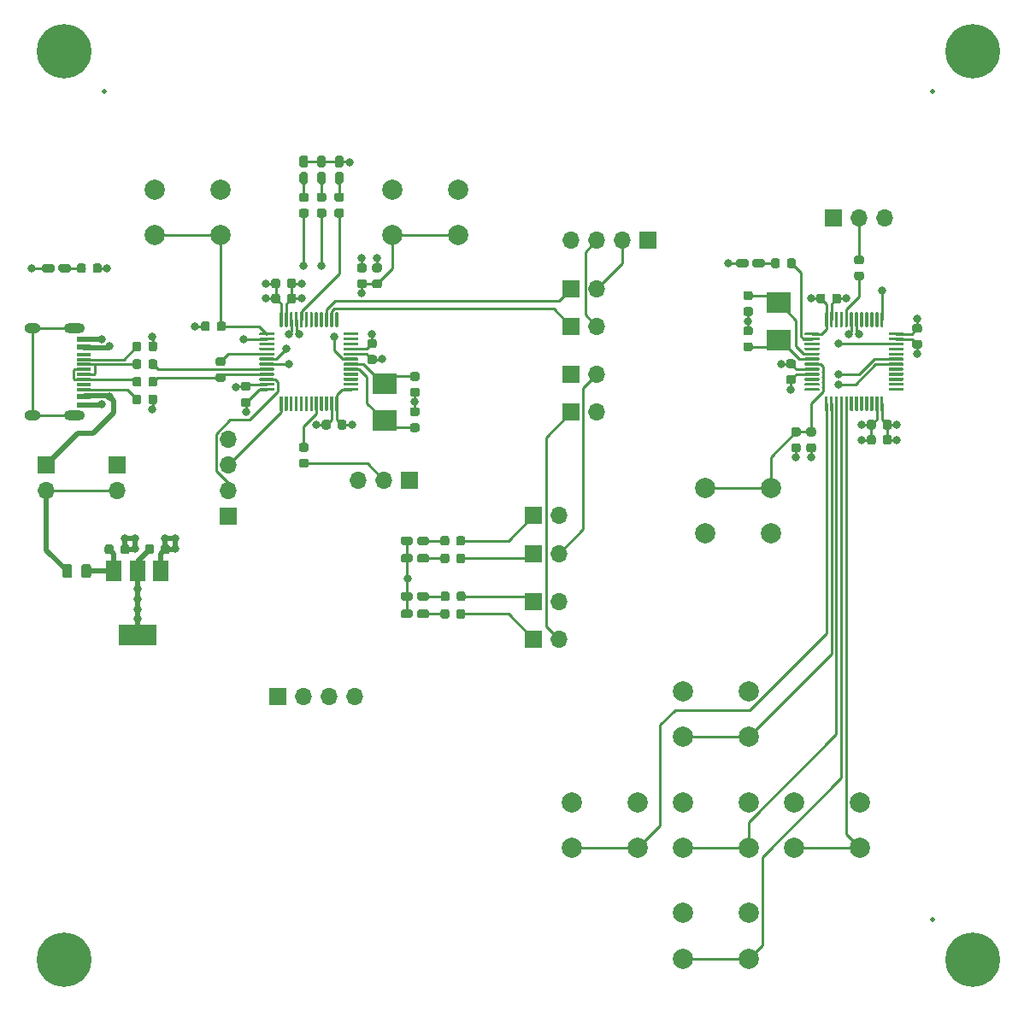
<source format=gbr>
%TF.GenerationSoftware,KiCad,Pcbnew,(5.1.6)-1*%
%TF.CreationDate,2020-09-28T21:59:18+02:00*%
%TF.ProjectId,BMP-Arduino,424d502d-4172-4647-9569-6e6f2e6b6963,0.1*%
%TF.SameCoordinates,Original*%
%TF.FileFunction,Copper,L1,Top*%
%TF.FilePolarity,Positive*%
%FSLAX46Y46*%
G04 Gerber Fmt 4.6, Leading zero omitted, Abs format (unit mm)*
G04 Created by KiCad (PCBNEW (5.1.6)-1) date 2020-09-28 21:59:18*
%MOMM*%
%LPD*%
G01*
G04 APERTURE LIST*
%TA.AperFunction,ComponentPad*%
%ADD10O,1.700000X1.700000*%
%TD*%
%TA.AperFunction,ComponentPad*%
%ADD11R,1.700000X1.700000*%
%TD*%
%TA.AperFunction,ComponentPad*%
%ADD12C,2.000000*%
%TD*%
%TA.AperFunction,SMDPad,CuDef*%
%ADD13R,2.400000X2.000000*%
%TD*%
%TA.AperFunction,SMDPad,CuDef*%
%ADD14R,1.450000X0.600000*%
%TD*%
%TA.AperFunction,SMDPad,CuDef*%
%ADD15R,1.450000X0.300000*%
%TD*%
%TA.AperFunction,ComponentPad*%
%ADD16O,2.100000X1.000000*%
%TD*%
%TA.AperFunction,ComponentPad*%
%ADD17O,1.600000X1.000000*%
%TD*%
%TA.AperFunction,SMDPad,CuDef*%
%ADD18C,0.500000*%
%TD*%
%TA.AperFunction,SMDPad,CuDef*%
%ADD19R,1.500000X2.000000*%
%TD*%
%TA.AperFunction,SMDPad,CuDef*%
%ADD20R,3.800000X2.000000*%
%TD*%
%TA.AperFunction,ComponentPad*%
%ADD21C,0.800000*%
%TD*%
%TA.AperFunction,ComponentPad*%
%ADD22C,5.400000*%
%TD*%
%TA.AperFunction,ViaPad*%
%ADD23C,0.800000*%
%TD*%
%TA.AperFunction,Conductor*%
%ADD24C,0.508000*%
%TD*%
%TA.AperFunction,Conductor*%
%ADD25C,0.254000*%
%TD*%
G04 APERTURE END LIST*
D10*
%TO.P,JP2,2*%
%TO.N,/BMP-RX*%
X143875000Y-108485000D03*
D11*
%TO.P,JP2,1*%
%TO.N,Net-(JP2-Pad1)*%
X141335000Y-108485000D03*
%TD*%
D10*
%TO.P,JP5,2*%
%TO.N,/CPU-TX*%
X143875000Y-96235000D03*
D11*
%TO.P,JP5,1*%
%TO.N,Net-(JP5-Pad1)*%
X141335000Y-96235000D03*
%TD*%
D10*
%TO.P,JP4,2*%
%TO.N,/CPU-RX*%
X143875000Y-99985000D03*
D11*
%TO.P,JP4,1*%
%TO.N,Net-(JP4-Pad1)*%
X141335000Y-99985000D03*
%TD*%
D10*
%TO.P,JP3,2*%
%TO.N,/BMP-TX*%
X143875000Y-104735000D03*
D11*
%TO.P,JP3,1*%
%TO.N,Net-(JP3-Pad1)*%
X141335000Y-104735000D03*
%TD*%
%TO.P,R9,2*%
%TO.N,Net-(JP5-Pad1)*%
%TA.AperFunction,SMDPad,CuDef*%
G36*
G01*
X133685000Y-98991250D02*
X133685000Y-98478750D01*
G75*
G02*
X133903750Y-98260000I218750J0D01*
G01*
X134341250Y-98260000D01*
G75*
G02*
X134560000Y-98478750I0J-218750D01*
G01*
X134560000Y-98991250D01*
G75*
G02*
X134341250Y-99210000I-218750J0D01*
G01*
X133903750Y-99210000D01*
G75*
G02*
X133685000Y-98991250I0J218750D01*
G01*
G37*
%TD.AperFunction*%
%TO.P,R9,1*%
%TO.N,Net-(D5-Pad2)*%
%TA.AperFunction,SMDPad,CuDef*%
G36*
G01*
X132110000Y-98991250D02*
X132110000Y-98478750D01*
G75*
G02*
X132328750Y-98260000I218750J0D01*
G01*
X132766250Y-98260000D01*
G75*
G02*
X132985000Y-98478750I0J-218750D01*
G01*
X132985000Y-98991250D01*
G75*
G02*
X132766250Y-99210000I-218750J0D01*
G01*
X132328750Y-99210000D01*
G75*
G02*
X132110000Y-98991250I0J218750D01*
G01*
G37*
%TD.AperFunction*%
%TD*%
%TO.P,R8,2*%
%TO.N,Net-(JP4-Pad1)*%
%TA.AperFunction,SMDPad,CuDef*%
G36*
G01*
X133685000Y-100741250D02*
X133685000Y-100228750D01*
G75*
G02*
X133903750Y-100010000I218750J0D01*
G01*
X134341250Y-100010000D01*
G75*
G02*
X134560000Y-100228750I0J-218750D01*
G01*
X134560000Y-100741250D01*
G75*
G02*
X134341250Y-100960000I-218750J0D01*
G01*
X133903750Y-100960000D01*
G75*
G02*
X133685000Y-100741250I0J218750D01*
G01*
G37*
%TD.AperFunction*%
%TO.P,R8,1*%
%TO.N,Net-(D4-Pad2)*%
%TA.AperFunction,SMDPad,CuDef*%
G36*
G01*
X132110000Y-100741250D02*
X132110000Y-100228750D01*
G75*
G02*
X132328750Y-100010000I218750J0D01*
G01*
X132766250Y-100010000D01*
G75*
G02*
X132985000Y-100228750I0J-218750D01*
G01*
X132985000Y-100741250D01*
G75*
G02*
X132766250Y-100960000I-218750J0D01*
G01*
X132328750Y-100960000D01*
G75*
G02*
X132110000Y-100741250I0J218750D01*
G01*
G37*
%TD.AperFunction*%
%TD*%
%TO.P,R7,2*%
%TO.N,Net-(JP3-Pad1)*%
%TA.AperFunction,SMDPad,CuDef*%
G36*
G01*
X133722500Y-104491250D02*
X133722500Y-103978750D01*
G75*
G02*
X133941250Y-103760000I218750J0D01*
G01*
X134378750Y-103760000D01*
G75*
G02*
X134597500Y-103978750I0J-218750D01*
G01*
X134597500Y-104491250D01*
G75*
G02*
X134378750Y-104710000I-218750J0D01*
G01*
X133941250Y-104710000D01*
G75*
G02*
X133722500Y-104491250I0J218750D01*
G01*
G37*
%TD.AperFunction*%
%TO.P,R7,1*%
%TO.N,Net-(D3-Pad2)*%
%TA.AperFunction,SMDPad,CuDef*%
G36*
G01*
X132147500Y-104491250D02*
X132147500Y-103978750D01*
G75*
G02*
X132366250Y-103760000I218750J0D01*
G01*
X132803750Y-103760000D01*
G75*
G02*
X133022500Y-103978750I0J-218750D01*
G01*
X133022500Y-104491250D01*
G75*
G02*
X132803750Y-104710000I-218750J0D01*
G01*
X132366250Y-104710000D01*
G75*
G02*
X132147500Y-104491250I0J218750D01*
G01*
G37*
%TD.AperFunction*%
%TD*%
%TO.P,R6,2*%
%TO.N,Net-(JP2-Pad1)*%
%TA.AperFunction,SMDPad,CuDef*%
G36*
G01*
X133685000Y-106241250D02*
X133685000Y-105728750D01*
G75*
G02*
X133903750Y-105510000I218750J0D01*
G01*
X134341250Y-105510000D01*
G75*
G02*
X134560000Y-105728750I0J-218750D01*
G01*
X134560000Y-106241250D01*
G75*
G02*
X134341250Y-106460000I-218750J0D01*
G01*
X133903750Y-106460000D01*
G75*
G02*
X133685000Y-106241250I0J218750D01*
G01*
G37*
%TD.AperFunction*%
%TO.P,R6,1*%
%TO.N,Net-(D2-Pad2)*%
%TA.AperFunction,SMDPad,CuDef*%
G36*
G01*
X132110000Y-106241250D02*
X132110000Y-105728750D01*
G75*
G02*
X132328750Y-105510000I218750J0D01*
G01*
X132766250Y-105510000D01*
G75*
G02*
X132985000Y-105728750I0J-218750D01*
G01*
X132985000Y-106241250D01*
G75*
G02*
X132766250Y-106460000I-218750J0D01*
G01*
X132328750Y-106460000D01*
G75*
G02*
X132110000Y-106241250I0J218750D01*
G01*
G37*
%TD.AperFunction*%
%TD*%
%TO.P,D5,2*%
%TO.N,Net-(D5-Pad2)*%
%TA.AperFunction,SMDPad,CuDef*%
G36*
G01*
X129785000Y-98947500D02*
X129785000Y-98522500D01*
G75*
G02*
X129997500Y-98310000I212500J0D01*
G01*
X130797500Y-98310000D01*
G75*
G02*
X131010000Y-98522500I0J-212500D01*
G01*
X131010000Y-98947500D01*
G75*
G02*
X130797500Y-99160000I-212500J0D01*
G01*
X129997500Y-99160000D01*
G75*
G02*
X129785000Y-98947500I0J212500D01*
G01*
G37*
%TD.AperFunction*%
%TO.P,D5,1*%
%TO.N,GND*%
%TA.AperFunction,SMDPad,CuDef*%
G36*
G01*
X128160000Y-98947500D02*
X128160000Y-98522500D01*
G75*
G02*
X128372500Y-98310000I212500J0D01*
G01*
X129172500Y-98310000D01*
G75*
G02*
X129385000Y-98522500I0J-212500D01*
G01*
X129385000Y-98947500D01*
G75*
G02*
X129172500Y-99160000I-212500J0D01*
G01*
X128372500Y-99160000D01*
G75*
G02*
X128160000Y-98947500I0J212500D01*
G01*
G37*
%TD.AperFunction*%
%TD*%
%TO.P,D4,2*%
%TO.N,Net-(D4-Pad2)*%
%TA.AperFunction,SMDPad,CuDef*%
G36*
G01*
X129785000Y-100697500D02*
X129785000Y-100272500D01*
G75*
G02*
X129997500Y-100060000I212500J0D01*
G01*
X130797500Y-100060000D01*
G75*
G02*
X131010000Y-100272500I0J-212500D01*
G01*
X131010000Y-100697500D01*
G75*
G02*
X130797500Y-100910000I-212500J0D01*
G01*
X129997500Y-100910000D01*
G75*
G02*
X129785000Y-100697500I0J212500D01*
G01*
G37*
%TD.AperFunction*%
%TO.P,D4,1*%
%TO.N,GND*%
%TA.AperFunction,SMDPad,CuDef*%
G36*
G01*
X128160000Y-100697500D02*
X128160000Y-100272500D01*
G75*
G02*
X128372500Y-100060000I212500J0D01*
G01*
X129172500Y-100060000D01*
G75*
G02*
X129385000Y-100272500I0J-212500D01*
G01*
X129385000Y-100697500D01*
G75*
G02*
X129172500Y-100910000I-212500J0D01*
G01*
X128372500Y-100910000D01*
G75*
G02*
X128160000Y-100697500I0J212500D01*
G01*
G37*
%TD.AperFunction*%
%TD*%
%TO.P,D3,2*%
%TO.N,Net-(D3-Pad2)*%
%TA.AperFunction,SMDPad,CuDef*%
G36*
G01*
X129785000Y-104447500D02*
X129785000Y-104022500D01*
G75*
G02*
X129997500Y-103810000I212500J0D01*
G01*
X130797500Y-103810000D01*
G75*
G02*
X131010000Y-104022500I0J-212500D01*
G01*
X131010000Y-104447500D01*
G75*
G02*
X130797500Y-104660000I-212500J0D01*
G01*
X129997500Y-104660000D01*
G75*
G02*
X129785000Y-104447500I0J212500D01*
G01*
G37*
%TD.AperFunction*%
%TO.P,D3,1*%
%TO.N,GND*%
%TA.AperFunction,SMDPad,CuDef*%
G36*
G01*
X128160000Y-104447500D02*
X128160000Y-104022500D01*
G75*
G02*
X128372500Y-103810000I212500J0D01*
G01*
X129172500Y-103810000D01*
G75*
G02*
X129385000Y-104022500I0J-212500D01*
G01*
X129385000Y-104447500D01*
G75*
G02*
X129172500Y-104660000I-212500J0D01*
G01*
X128372500Y-104660000D01*
G75*
G02*
X128160000Y-104447500I0J212500D01*
G01*
G37*
%TD.AperFunction*%
%TD*%
%TO.P,D2,2*%
%TO.N,Net-(D2-Pad2)*%
%TA.AperFunction,SMDPad,CuDef*%
G36*
G01*
X129785000Y-106197500D02*
X129785000Y-105772500D01*
G75*
G02*
X129997500Y-105560000I212500J0D01*
G01*
X130797500Y-105560000D01*
G75*
G02*
X131010000Y-105772500I0J-212500D01*
G01*
X131010000Y-106197500D01*
G75*
G02*
X130797500Y-106410000I-212500J0D01*
G01*
X129997500Y-106410000D01*
G75*
G02*
X129785000Y-106197500I0J212500D01*
G01*
G37*
%TD.AperFunction*%
%TO.P,D2,1*%
%TO.N,GND*%
%TA.AperFunction,SMDPad,CuDef*%
G36*
G01*
X128160000Y-106197500D02*
X128160000Y-105772500D01*
G75*
G02*
X128372500Y-105560000I212500J0D01*
G01*
X129172500Y-105560000D01*
G75*
G02*
X129385000Y-105772500I0J-212500D01*
G01*
X129385000Y-106197500D01*
G75*
G02*
X129172500Y-106410000I-212500J0D01*
G01*
X128372500Y-106410000D01*
G75*
G02*
X128160000Y-106197500I0J212500D01*
G01*
G37*
%TD.AperFunction*%
%TD*%
%TO.P,U2,48*%
%TO.N,+3V3*%
%TA.AperFunction,SMDPad,CuDef*%
G36*
G01*
X121985000Y-84485000D02*
X121985000Y-85810000D01*
G75*
G02*
X121910000Y-85885000I-75000J0D01*
G01*
X121760000Y-85885000D01*
G75*
G02*
X121685000Y-85810000I0J75000D01*
G01*
X121685000Y-84485000D01*
G75*
G02*
X121760000Y-84410000I75000J0D01*
G01*
X121910000Y-84410000D01*
G75*
G02*
X121985000Y-84485000I0J-75000D01*
G01*
G37*
%TD.AperFunction*%
%TO.P,U2,47*%
%TO.N,GND*%
%TA.AperFunction,SMDPad,CuDef*%
G36*
G01*
X121485000Y-84485000D02*
X121485000Y-85810000D01*
G75*
G02*
X121410000Y-85885000I-75000J0D01*
G01*
X121260000Y-85885000D01*
G75*
G02*
X121185000Y-85810000I0J75000D01*
G01*
X121185000Y-84485000D01*
G75*
G02*
X121260000Y-84410000I75000J0D01*
G01*
X121410000Y-84410000D01*
G75*
G02*
X121485000Y-84485000I0J-75000D01*
G01*
G37*
%TD.AperFunction*%
%TO.P,U2,46*%
%TO.N,Net-(U2-Pad46)*%
%TA.AperFunction,SMDPad,CuDef*%
G36*
G01*
X120985000Y-84485000D02*
X120985000Y-85810000D01*
G75*
G02*
X120910000Y-85885000I-75000J0D01*
G01*
X120760000Y-85885000D01*
G75*
G02*
X120685000Y-85810000I0J75000D01*
G01*
X120685000Y-84485000D01*
G75*
G02*
X120760000Y-84410000I75000J0D01*
G01*
X120910000Y-84410000D01*
G75*
G02*
X120985000Y-84485000I0J-75000D01*
G01*
G37*
%TD.AperFunction*%
%TO.P,U2,45*%
%TO.N,Net-(U2-Pad45)*%
%TA.AperFunction,SMDPad,CuDef*%
G36*
G01*
X120485000Y-84485000D02*
X120485000Y-85810000D01*
G75*
G02*
X120410000Y-85885000I-75000J0D01*
G01*
X120260000Y-85885000D01*
G75*
G02*
X120185000Y-85810000I0J75000D01*
G01*
X120185000Y-84485000D01*
G75*
G02*
X120260000Y-84410000I75000J0D01*
G01*
X120410000Y-84410000D01*
G75*
G02*
X120485000Y-84485000I0J-75000D01*
G01*
G37*
%TD.AperFunction*%
%TO.P,U2,44*%
%TO.N,/BMP/BOOT_0*%
%TA.AperFunction,SMDPad,CuDef*%
G36*
G01*
X119985000Y-84485000D02*
X119985000Y-85810000D01*
G75*
G02*
X119910000Y-85885000I-75000J0D01*
G01*
X119760000Y-85885000D01*
G75*
G02*
X119685000Y-85810000I0J75000D01*
G01*
X119685000Y-84485000D01*
G75*
G02*
X119760000Y-84410000I75000J0D01*
G01*
X119910000Y-84410000D01*
G75*
G02*
X119985000Y-84485000I0J-75000D01*
G01*
G37*
%TD.AperFunction*%
%TO.P,U2,43*%
%TO.N,Net-(U2-Pad43)*%
%TA.AperFunction,SMDPad,CuDef*%
G36*
G01*
X119485000Y-84485000D02*
X119485000Y-85810000D01*
G75*
G02*
X119410000Y-85885000I-75000J0D01*
G01*
X119260000Y-85885000D01*
G75*
G02*
X119185000Y-85810000I0J75000D01*
G01*
X119185000Y-84485000D01*
G75*
G02*
X119260000Y-84410000I75000J0D01*
G01*
X119410000Y-84410000D01*
G75*
G02*
X119485000Y-84485000I0J-75000D01*
G01*
G37*
%TD.AperFunction*%
%TO.P,U2,42*%
%TO.N,Net-(U2-Pad42)*%
%TA.AperFunction,SMDPad,CuDef*%
G36*
G01*
X118985000Y-84485000D02*
X118985000Y-85810000D01*
G75*
G02*
X118910000Y-85885000I-75000J0D01*
G01*
X118760000Y-85885000D01*
G75*
G02*
X118685000Y-85810000I0J75000D01*
G01*
X118685000Y-84485000D01*
G75*
G02*
X118760000Y-84410000I75000J0D01*
G01*
X118910000Y-84410000D01*
G75*
G02*
X118985000Y-84485000I0J-75000D01*
G01*
G37*
%TD.AperFunction*%
%TO.P,U2,41*%
%TO.N,Net-(U2-Pad41)*%
%TA.AperFunction,SMDPad,CuDef*%
G36*
G01*
X118485000Y-84485000D02*
X118485000Y-85810000D01*
G75*
G02*
X118410000Y-85885000I-75000J0D01*
G01*
X118260000Y-85885000D01*
G75*
G02*
X118185000Y-85810000I0J75000D01*
G01*
X118185000Y-84485000D01*
G75*
G02*
X118260000Y-84410000I75000J0D01*
G01*
X118410000Y-84410000D01*
G75*
G02*
X118485000Y-84485000I0J-75000D01*
G01*
G37*
%TD.AperFunction*%
%TO.P,U2,40*%
%TO.N,Net-(U2-Pad40)*%
%TA.AperFunction,SMDPad,CuDef*%
G36*
G01*
X117985000Y-84485000D02*
X117985000Y-85810000D01*
G75*
G02*
X117910000Y-85885000I-75000J0D01*
G01*
X117760000Y-85885000D01*
G75*
G02*
X117685000Y-85810000I0J75000D01*
G01*
X117685000Y-84485000D01*
G75*
G02*
X117760000Y-84410000I75000J0D01*
G01*
X117910000Y-84410000D01*
G75*
G02*
X117985000Y-84485000I0J-75000D01*
G01*
G37*
%TD.AperFunction*%
%TO.P,U2,39*%
%TO.N,Net-(U2-Pad39)*%
%TA.AperFunction,SMDPad,CuDef*%
G36*
G01*
X117485000Y-84485000D02*
X117485000Y-85810000D01*
G75*
G02*
X117410000Y-85885000I-75000J0D01*
G01*
X117260000Y-85885000D01*
G75*
G02*
X117185000Y-85810000I0J75000D01*
G01*
X117185000Y-84485000D01*
G75*
G02*
X117260000Y-84410000I75000J0D01*
G01*
X117410000Y-84410000D01*
G75*
G02*
X117485000Y-84485000I0J-75000D01*
G01*
G37*
%TD.AperFunction*%
%TO.P,U2,38*%
%TO.N,Net-(U2-Pad38)*%
%TA.AperFunction,SMDPad,CuDef*%
G36*
G01*
X116985000Y-84485000D02*
X116985000Y-85810000D01*
G75*
G02*
X116910000Y-85885000I-75000J0D01*
G01*
X116760000Y-85885000D01*
G75*
G02*
X116685000Y-85810000I0J75000D01*
G01*
X116685000Y-84485000D01*
G75*
G02*
X116760000Y-84410000I75000J0D01*
G01*
X116910000Y-84410000D01*
G75*
G02*
X116985000Y-84485000I0J-75000D01*
G01*
G37*
%TD.AperFunction*%
%TO.P,U2,37*%
%TO.N,/BMP/SWDCLK*%
%TA.AperFunction,SMDPad,CuDef*%
G36*
G01*
X116485000Y-84485000D02*
X116485000Y-85810000D01*
G75*
G02*
X116410000Y-85885000I-75000J0D01*
G01*
X116260000Y-85885000D01*
G75*
G02*
X116185000Y-85810000I0J75000D01*
G01*
X116185000Y-84485000D01*
G75*
G02*
X116260000Y-84410000I75000J0D01*
G01*
X116410000Y-84410000D01*
G75*
G02*
X116485000Y-84485000I0J-75000D01*
G01*
G37*
%TD.AperFunction*%
%TO.P,U2,36*%
%TO.N,+3V3*%
%TA.AperFunction,SMDPad,CuDef*%
G36*
G01*
X115660000Y-83660000D02*
X115660000Y-83810000D01*
G75*
G02*
X115585000Y-83885000I-75000J0D01*
G01*
X114260000Y-83885000D01*
G75*
G02*
X114185000Y-83810000I0J75000D01*
G01*
X114185000Y-83660000D01*
G75*
G02*
X114260000Y-83585000I75000J0D01*
G01*
X115585000Y-83585000D01*
G75*
G02*
X115660000Y-83660000I0J-75000D01*
G01*
G37*
%TD.AperFunction*%
%TO.P,U2,35*%
%TO.N,GND*%
%TA.AperFunction,SMDPad,CuDef*%
G36*
G01*
X115660000Y-83160000D02*
X115660000Y-83310000D01*
G75*
G02*
X115585000Y-83385000I-75000J0D01*
G01*
X114260000Y-83385000D01*
G75*
G02*
X114185000Y-83310000I0J75000D01*
G01*
X114185000Y-83160000D01*
G75*
G02*
X114260000Y-83085000I75000J0D01*
G01*
X115585000Y-83085000D01*
G75*
G02*
X115660000Y-83160000I0J-75000D01*
G01*
G37*
%TD.AperFunction*%
%TO.P,U2,34*%
%TO.N,/BMP/SWDIO*%
%TA.AperFunction,SMDPad,CuDef*%
G36*
G01*
X115660000Y-82660000D02*
X115660000Y-82810000D01*
G75*
G02*
X115585000Y-82885000I-75000J0D01*
G01*
X114260000Y-82885000D01*
G75*
G02*
X114185000Y-82810000I0J75000D01*
G01*
X114185000Y-82660000D01*
G75*
G02*
X114260000Y-82585000I75000J0D01*
G01*
X115585000Y-82585000D01*
G75*
G02*
X115660000Y-82660000I0J-75000D01*
G01*
G37*
%TD.AperFunction*%
%TO.P,U2,33*%
%TO.N,/BMP/D+*%
%TA.AperFunction,SMDPad,CuDef*%
G36*
G01*
X115660000Y-82160000D02*
X115660000Y-82310000D01*
G75*
G02*
X115585000Y-82385000I-75000J0D01*
G01*
X114260000Y-82385000D01*
G75*
G02*
X114185000Y-82310000I0J75000D01*
G01*
X114185000Y-82160000D01*
G75*
G02*
X114260000Y-82085000I75000J0D01*
G01*
X115585000Y-82085000D01*
G75*
G02*
X115660000Y-82160000I0J-75000D01*
G01*
G37*
%TD.AperFunction*%
%TO.P,U2,32*%
%TO.N,/BMP/D-*%
%TA.AperFunction,SMDPad,CuDef*%
G36*
G01*
X115660000Y-81660000D02*
X115660000Y-81810000D01*
G75*
G02*
X115585000Y-81885000I-75000J0D01*
G01*
X114260000Y-81885000D01*
G75*
G02*
X114185000Y-81810000I0J75000D01*
G01*
X114185000Y-81660000D01*
G75*
G02*
X114260000Y-81585000I75000J0D01*
G01*
X115585000Y-81585000D01*
G75*
G02*
X115660000Y-81660000I0J-75000D01*
G01*
G37*
%TD.AperFunction*%
%TO.P,U2,31*%
%TO.N,/BMP-RX*%
%TA.AperFunction,SMDPad,CuDef*%
G36*
G01*
X115660000Y-81160000D02*
X115660000Y-81310000D01*
G75*
G02*
X115585000Y-81385000I-75000J0D01*
G01*
X114260000Y-81385000D01*
G75*
G02*
X114185000Y-81310000I0J75000D01*
G01*
X114185000Y-81160000D01*
G75*
G02*
X114260000Y-81085000I75000J0D01*
G01*
X115585000Y-81085000D01*
G75*
G02*
X115660000Y-81160000I0J-75000D01*
G01*
G37*
%TD.AperFunction*%
%TO.P,U2,30*%
%TO.N,/BMP-TX*%
%TA.AperFunction,SMDPad,CuDef*%
G36*
G01*
X115660000Y-80660000D02*
X115660000Y-80810000D01*
G75*
G02*
X115585000Y-80885000I-75000J0D01*
G01*
X114260000Y-80885000D01*
G75*
G02*
X114185000Y-80810000I0J75000D01*
G01*
X114185000Y-80660000D01*
G75*
G02*
X114260000Y-80585000I75000J0D01*
G01*
X115585000Y-80585000D01*
G75*
G02*
X115660000Y-80660000I0J-75000D01*
G01*
G37*
%TD.AperFunction*%
%TO.P,U2,29*%
%TO.N,Net-(R15-Pad2)*%
%TA.AperFunction,SMDPad,CuDef*%
G36*
G01*
X115660000Y-80160000D02*
X115660000Y-80310000D01*
G75*
G02*
X115585000Y-80385000I-75000J0D01*
G01*
X114260000Y-80385000D01*
G75*
G02*
X114185000Y-80310000I0J75000D01*
G01*
X114185000Y-80160000D01*
G75*
G02*
X114260000Y-80085000I75000J0D01*
G01*
X115585000Y-80085000D01*
G75*
G02*
X115660000Y-80160000I0J-75000D01*
G01*
G37*
%TD.AperFunction*%
%TO.P,U2,28*%
%TO.N,Net-(U2-Pad28)*%
%TA.AperFunction,SMDPad,CuDef*%
G36*
G01*
X115660000Y-79660000D02*
X115660000Y-79810000D01*
G75*
G02*
X115585000Y-79885000I-75000J0D01*
G01*
X114260000Y-79885000D01*
G75*
G02*
X114185000Y-79810000I0J75000D01*
G01*
X114185000Y-79660000D01*
G75*
G02*
X114260000Y-79585000I75000J0D01*
G01*
X115585000Y-79585000D01*
G75*
G02*
X115660000Y-79660000I0J-75000D01*
G01*
G37*
%TD.AperFunction*%
%TO.P,U2,27*%
%TO.N,Net-(U2-Pad27)*%
%TA.AperFunction,SMDPad,CuDef*%
G36*
G01*
X115660000Y-79160000D02*
X115660000Y-79310000D01*
G75*
G02*
X115585000Y-79385000I-75000J0D01*
G01*
X114260000Y-79385000D01*
G75*
G02*
X114185000Y-79310000I0J75000D01*
G01*
X114185000Y-79160000D01*
G75*
G02*
X114260000Y-79085000I75000J0D01*
G01*
X115585000Y-79085000D01*
G75*
G02*
X115660000Y-79160000I0J-75000D01*
G01*
G37*
%TD.AperFunction*%
%TO.P,U2,26*%
%TO.N,Net-(JP10-Pad1)*%
%TA.AperFunction,SMDPad,CuDef*%
G36*
G01*
X115660000Y-78660000D02*
X115660000Y-78810000D01*
G75*
G02*
X115585000Y-78885000I-75000J0D01*
G01*
X114260000Y-78885000D01*
G75*
G02*
X114185000Y-78810000I0J75000D01*
G01*
X114185000Y-78660000D01*
G75*
G02*
X114260000Y-78585000I75000J0D01*
G01*
X115585000Y-78585000D01*
G75*
G02*
X115660000Y-78660000I0J-75000D01*
G01*
G37*
%TD.AperFunction*%
%TO.P,U2,25*%
%TO.N,Net-(R14-Pad2)*%
%TA.AperFunction,SMDPad,CuDef*%
G36*
G01*
X115660000Y-78160000D02*
X115660000Y-78310000D01*
G75*
G02*
X115585000Y-78385000I-75000J0D01*
G01*
X114260000Y-78385000D01*
G75*
G02*
X114185000Y-78310000I0J75000D01*
G01*
X114185000Y-78160000D01*
G75*
G02*
X114260000Y-78085000I75000J0D01*
G01*
X115585000Y-78085000D01*
G75*
G02*
X115660000Y-78160000I0J-75000D01*
G01*
G37*
%TD.AperFunction*%
%TO.P,U2,24*%
%TO.N,+3V3*%
%TA.AperFunction,SMDPad,CuDef*%
G36*
G01*
X116485000Y-76160000D02*
X116485000Y-77485000D01*
G75*
G02*
X116410000Y-77560000I-75000J0D01*
G01*
X116260000Y-77560000D01*
G75*
G02*
X116185000Y-77485000I0J75000D01*
G01*
X116185000Y-76160000D01*
G75*
G02*
X116260000Y-76085000I75000J0D01*
G01*
X116410000Y-76085000D01*
G75*
G02*
X116485000Y-76160000I0J-75000D01*
G01*
G37*
%TD.AperFunction*%
%TO.P,U2,23*%
%TO.N,GND*%
%TA.AperFunction,SMDPad,CuDef*%
G36*
G01*
X116985000Y-76160000D02*
X116985000Y-77485000D01*
G75*
G02*
X116910000Y-77560000I-75000J0D01*
G01*
X116760000Y-77560000D01*
G75*
G02*
X116685000Y-77485000I0J75000D01*
G01*
X116685000Y-76160000D01*
G75*
G02*
X116760000Y-76085000I75000J0D01*
G01*
X116910000Y-76085000D01*
G75*
G02*
X116985000Y-76160000I0J-75000D01*
G01*
G37*
%TD.AperFunction*%
%TO.P,U2,22*%
%TO.N,/BMP/LED2*%
%TA.AperFunction,SMDPad,CuDef*%
G36*
G01*
X117485000Y-76160000D02*
X117485000Y-77485000D01*
G75*
G02*
X117410000Y-77560000I-75000J0D01*
G01*
X117260000Y-77560000D01*
G75*
G02*
X117185000Y-77485000I0J75000D01*
G01*
X117185000Y-76160000D01*
G75*
G02*
X117260000Y-76085000I75000J0D01*
G01*
X117410000Y-76085000D01*
G75*
G02*
X117485000Y-76160000I0J-75000D01*
G01*
G37*
%TD.AperFunction*%
%TO.P,U2,21*%
%TO.N,/BMP/LED1*%
%TA.AperFunction,SMDPad,CuDef*%
G36*
G01*
X117985000Y-76160000D02*
X117985000Y-77485000D01*
G75*
G02*
X117910000Y-77560000I-75000J0D01*
G01*
X117760000Y-77560000D01*
G75*
G02*
X117685000Y-77485000I0J75000D01*
G01*
X117685000Y-76160000D01*
G75*
G02*
X117760000Y-76085000I75000J0D01*
G01*
X117910000Y-76085000D01*
G75*
G02*
X117985000Y-76160000I0J-75000D01*
G01*
G37*
%TD.AperFunction*%
%TO.P,U2,20*%
%TO.N,/BMP/LED0*%
%TA.AperFunction,SMDPad,CuDef*%
G36*
G01*
X118485000Y-76160000D02*
X118485000Y-77485000D01*
G75*
G02*
X118410000Y-77560000I-75000J0D01*
G01*
X118260000Y-77560000D01*
G75*
G02*
X118185000Y-77485000I0J75000D01*
G01*
X118185000Y-76160000D01*
G75*
G02*
X118260000Y-76085000I75000J0D01*
G01*
X118410000Y-76085000D01*
G75*
G02*
X118485000Y-76160000I0J-75000D01*
G01*
G37*
%TD.AperFunction*%
%TO.P,U2,19*%
%TO.N,Net-(U2-Pad19)*%
%TA.AperFunction,SMDPad,CuDef*%
G36*
G01*
X118985000Y-76160000D02*
X118985000Y-77485000D01*
G75*
G02*
X118910000Y-77560000I-75000J0D01*
G01*
X118760000Y-77560000D01*
G75*
G02*
X118685000Y-77485000I0J75000D01*
G01*
X118685000Y-76160000D01*
G75*
G02*
X118760000Y-76085000I75000J0D01*
G01*
X118910000Y-76085000D01*
G75*
G02*
X118985000Y-76160000I0J-75000D01*
G01*
G37*
%TD.AperFunction*%
%TO.P,U2,18*%
%TO.N,Net-(U2-Pad18)*%
%TA.AperFunction,SMDPad,CuDef*%
G36*
G01*
X119485000Y-76160000D02*
X119485000Y-77485000D01*
G75*
G02*
X119410000Y-77560000I-75000J0D01*
G01*
X119260000Y-77560000D01*
G75*
G02*
X119185000Y-77485000I0J75000D01*
G01*
X119185000Y-76160000D01*
G75*
G02*
X119260000Y-76085000I75000J0D01*
G01*
X119410000Y-76085000D01*
G75*
G02*
X119485000Y-76160000I0J-75000D01*
G01*
G37*
%TD.AperFunction*%
%TO.P,U2,17*%
%TO.N,Net-(U2-Pad17)*%
%TA.AperFunction,SMDPad,CuDef*%
G36*
G01*
X119985000Y-76160000D02*
X119985000Y-77485000D01*
G75*
G02*
X119910000Y-77560000I-75000J0D01*
G01*
X119760000Y-77560000D01*
G75*
G02*
X119685000Y-77485000I0J75000D01*
G01*
X119685000Y-76160000D01*
G75*
G02*
X119760000Y-76085000I75000J0D01*
G01*
X119910000Y-76085000D01*
G75*
G02*
X119985000Y-76160000I0J-75000D01*
G01*
G37*
%TD.AperFunction*%
%TO.P,U2,16*%
%TO.N,Net-(U2-Pad16)*%
%TA.AperFunction,SMDPad,CuDef*%
G36*
G01*
X120485000Y-76160000D02*
X120485000Y-77485000D01*
G75*
G02*
X120410000Y-77560000I-75000J0D01*
G01*
X120260000Y-77560000D01*
G75*
G02*
X120185000Y-77485000I0J75000D01*
G01*
X120185000Y-76160000D01*
G75*
G02*
X120260000Y-76085000I75000J0D01*
G01*
X120410000Y-76085000D01*
G75*
G02*
X120485000Y-76160000I0J-75000D01*
G01*
G37*
%TD.AperFunction*%
%TO.P,U2,15*%
%TO.N,/BMP/SWDCLK_Target*%
%TA.AperFunction,SMDPad,CuDef*%
G36*
G01*
X120985000Y-76160000D02*
X120985000Y-77485000D01*
G75*
G02*
X120910000Y-77560000I-75000J0D01*
G01*
X120760000Y-77560000D01*
G75*
G02*
X120685000Y-77485000I0J75000D01*
G01*
X120685000Y-76160000D01*
G75*
G02*
X120760000Y-76085000I75000J0D01*
G01*
X120910000Y-76085000D01*
G75*
G02*
X120985000Y-76160000I0J-75000D01*
G01*
G37*
%TD.AperFunction*%
%TO.P,U2,14*%
%TO.N,/BMP/SWDIO_Target*%
%TA.AperFunction,SMDPad,CuDef*%
G36*
G01*
X121485000Y-76160000D02*
X121485000Y-77485000D01*
G75*
G02*
X121410000Y-77560000I-75000J0D01*
G01*
X121260000Y-77560000D01*
G75*
G02*
X121185000Y-77485000I0J75000D01*
G01*
X121185000Y-76160000D01*
G75*
G02*
X121260000Y-76085000I75000J0D01*
G01*
X121410000Y-76085000D01*
G75*
G02*
X121485000Y-76160000I0J-75000D01*
G01*
G37*
%TD.AperFunction*%
%TO.P,U2,13*%
%TO.N,Net-(U2-Pad13)*%
%TA.AperFunction,SMDPad,CuDef*%
G36*
G01*
X121985000Y-76160000D02*
X121985000Y-77485000D01*
G75*
G02*
X121910000Y-77560000I-75000J0D01*
G01*
X121760000Y-77560000D01*
G75*
G02*
X121685000Y-77485000I0J75000D01*
G01*
X121685000Y-76160000D01*
G75*
G02*
X121760000Y-76085000I75000J0D01*
G01*
X121910000Y-76085000D01*
G75*
G02*
X121985000Y-76160000I0J-75000D01*
G01*
G37*
%TD.AperFunction*%
%TO.P,U2,12*%
%TO.N,Net-(U2-Pad12)*%
%TA.AperFunction,SMDPad,CuDef*%
G36*
G01*
X123985000Y-78160000D02*
X123985000Y-78310000D01*
G75*
G02*
X123910000Y-78385000I-75000J0D01*
G01*
X122585000Y-78385000D01*
G75*
G02*
X122510000Y-78310000I0J75000D01*
G01*
X122510000Y-78160000D01*
G75*
G02*
X122585000Y-78085000I75000J0D01*
G01*
X123910000Y-78085000D01*
G75*
G02*
X123985000Y-78160000I0J-75000D01*
G01*
G37*
%TD.AperFunction*%
%TO.P,U2,11*%
%TO.N,Net-(U2-Pad11)*%
%TA.AperFunction,SMDPad,CuDef*%
G36*
G01*
X123985000Y-78660000D02*
X123985000Y-78810000D01*
G75*
G02*
X123910000Y-78885000I-75000J0D01*
G01*
X122585000Y-78885000D01*
G75*
G02*
X122510000Y-78810000I0J75000D01*
G01*
X122510000Y-78660000D01*
G75*
G02*
X122585000Y-78585000I75000J0D01*
G01*
X123910000Y-78585000D01*
G75*
G02*
X123985000Y-78660000I0J-75000D01*
G01*
G37*
%TD.AperFunction*%
%TO.P,U2,10*%
%TO.N,Net-(U2-Pad10)*%
%TA.AperFunction,SMDPad,CuDef*%
G36*
G01*
X123985000Y-79160000D02*
X123985000Y-79310000D01*
G75*
G02*
X123910000Y-79385000I-75000J0D01*
G01*
X122585000Y-79385000D01*
G75*
G02*
X122510000Y-79310000I0J75000D01*
G01*
X122510000Y-79160000D01*
G75*
G02*
X122585000Y-79085000I75000J0D01*
G01*
X123910000Y-79085000D01*
G75*
G02*
X123985000Y-79160000I0J-75000D01*
G01*
G37*
%TD.AperFunction*%
%TO.P,U2,9*%
%TO.N,+3V3*%
%TA.AperFunction,SMDPad,CuDef*%
G36*
G01*
X123985000Y-79660000D02*
X123985000Y-79810000D01*
G75*
G02*
X123910000Y-79885000I-75000J0D01*
G01*
X122585000Y-79885000D01*
G75*
G02*
X122510000Y-79810000I0J75000D01*
G01*
X122510000Y-79660000D01*
G75*
G02*
X122585000Y-79585000I75000J0D01*
G01*
X123910000Y-79585000D01*
G75*
G02*
X123985000Y-79660000I0J-75000D01*
G01*
G37*
%TD.AperFunction*%
%TO.P,U2,8*%
%TO.N,GND*%
%TA.AperFunction,SMDPad,CuDef*%
G36*
G01*
X123985000Y-80160000D02*
X123985000Y-80310000D01*
G75*
G02*
X123910000Y-80385000I-75000J0D01*
G01*
X122585000Y-80385000D01*
G75*
G02*
X122510000Y-80310000I0J75000D01*
G01*
X122510000Y-80160000D01*
G75*
G02*
X122585000Y-80085000I75000J0D01*
G01*
X123910000Y-80085000D01*
G75*
G02*
X123985000Y-80160000I0J-75000D01*
G01*
G37*
%TD.AperFunction*%
%TO.P,U2,7*%
%TO.N,Net-(C3-Pad1)*%
%TA.AperFunction,SMDPad,CuDef*%
G36*
G01*
X123985000Y-80660000D02*
X123985000Y-80810000D01*
G75*
G02*
X123910000Y-80885000I-75000J0D01*
G01*
X122585000Y-80885000D01*
G75*
G02*
X122510000Y-80810000I0J75000D01*
G01*
X122510000Y-80660000D01*
G75*
G02*
X122585000Y-80585000I75000J0D01*
G01*
X123910000Y-80585000D01*
G75*
G02*
X123985000Y-80660000I0J-75000D01*
G01*
G37*
%TD.AperFunction*%
%TO.P,U2,6*%
%TO.N,Net-(C5-Pad1)*%
%TA.AperFunction,SMDPad,CuDef*%
G36*
G01*
X123985000Y-81160000D02*
X123985000Y-81310000D01*
G75*
G02*
X123910000Y-81385000I-75000J0D01*
G01*
X122585000Y-81385000D01*
G75*
G02*
X122510000Y-81310000I0J75000D01*
G01*
X122510000Y-81160000D01*
G75*
G02*
X122585000Y-81085000I75000J0D01*
G01*
X123910000Y-81085000D01*
G75*
G02*
X123985000Y-81160000I0J-75000D01*
G01*
G37*
%TD.AperFunction*%
%TO.P,U2,5*%
%TO.N,Net-(C4-Pad1)*%
%TA.AperFunction,SMDPad,CuDef*%
G36*
G01*
X123985000Y-81660000D02*
X123985000Y-81810000D01*
G75*
G02*
X123910000Y-81885000I-75000J0D01*
G01*
X122585000Y-81885000D01*
G75*
G02*
X122510000Y-81810000I0J75000D01*
G01*
X122510000Y-81660000D01*
G75*
G02*
X122585000Y-81585000I75000J0D01*
G01*
X123910000Y-81585000D01*
G75*
G02*
X123985000Y-81660000I0J-75000D01*
G01*
G37*
%TD.AperFunction*%
%TO.P,U2,4*%
%TO.N,Net-(U2-Pad4)*%
%TA.AperFunction,SMDPad,CuDef*%
G36*
G01*
X123985000Y-82160000D02*
X123985000Y-82310000D01*
G75*
G02*
X123910000Y-82385000I-75000J0D01*
G01*
X122585000Y-82385000D01*
G75*
G02*
X122510000Y-82310000I0J75000D01*
G01*
X122510000Y-82160000D01*
G75*
G02*
X122585000Y-82085000I75000J0D01*
G01*
X123910000Y-82085000D01*
G75*
G02*
X123985000Y-82160000I0J-75000D01*
G01*
G37*
%TD.AperFunction*%
%TO.P,U2,3*%
%TO.N,Net-(U2-Pad3)*%
%TA.AperFunction,SMDPad,CuDef*%
G36*
G01*
X123985000Y-82660000D02*
X123985000Y-82810000D01*
G75*
G02*
X123910000Y-82885000I-75000J0D01*
G01*
X122585000Y-82885000D01*
G75*
G02*
X122510000Y-82810000I0J75000D01*
G01*
X122510000Y-82660000D01*
G75*
G02*
X122585000Y-82585000I75000J0D01*
G01*
X123910000Y-82585000D01*
G75*
G02*
X123985000Y-82660000I0J-75000D01*
G01*
G37*
%TD.AperFunction*%
%TO.P,U2,2*%
%TO.N,Net-(U2-Pad2)*%
%TA.AperFunction,SMDPad,CuDef*%
G36*
G01*
X123985000Y-83160000D02*
X123985000Y-83310000D01*
G75*
G02*
X123910000Y-83385000I-75000J0D01*
G01*
X122585000Y-83385000D01*
G75*
G02*
X122510000Y-83310000I0J75000D01*
G01*
X122510000Y-83160000D01*
G75*
G02*
X122585000Y-83085000I75000J0D01*
G01*
X123910000Y-83085000D01*
G75*
G02*
X123985000Y-83160000I0J-75000D01*
G01*
G37*
%TD.AperFunction*%
%TO.P,U2,1*%
%TO.N,+3V3*%
%TA.AperFunction,SMDPad,CuDef*%
G36*
G01*
X123985000Y-83660000D02*
X123985000Y-83810000D01*
G75*
G02*
X123910000Y-83885000I-75000J0D01*
G01*
X122585000Y-83885000D01*
G75*
G02*
X122510000Y-83810000I0J75000D01*
G01*
X122510000Y-83660000D01*
G75*
G02*
X122585000Y-83585000I75000J0D01*
G01*
X123910000Y-83585000D01*
G75*
G02*
X123985000Y-83660000I0J-75000D01*
G01*
G37*
%TD.AperFunction*%
%TD*%
%TO.P,R13,2*%
%TO.N,Net-(C3-Pad1)*%
%TA.AperFunction,SMDPad,CuDef*%
G36*
G01*
X124078750Y-72835000D02*
X124591250Y-72835000D01*
G75*
G02*
X124810000Y-73053750I0J-218750D01*
G01*
X124810000Y-73491250D01*
G75*
G02*
X124591250Y-73710000I-218750J0D01*
G01*
X124078750Y-73710000D01*
G75*
G02*
X123860000Y-73491250I0J218750D01*
G01*
X123860000Y-73053750D01*
G75*
G02*
X124078750Y-72835000I218750J0D01*
G01*
G37*
%TD.AperFunction*%
%TO.P,R13,1*%
%TO.N,+3V3*%
%TA.AperFunction,SMDPad,CuDef*%
G36*
G01*
X124078750Y-71260000D02*
X124591250Y-71260000D01*
G75*
G02*
X124810000Y-71478750I0J-218750D01*
G01*
X124810000Y-71916250D01*
G75*
G02*
X124591250Y-72135000I-218750J0D01*
G01*
X124078750Y-72135000D01*
G75*
G02*
X123860000Y-71916250I0J218750D01*
G01*
X123860000Y-71478750D01*
G75*
G02*
X124078750Y-71260000I218750J0D01*
G01*
G37*
%TD.AperFunction*%
%TD*%
%TO.P,JP11,1*%
%TO.N,+3V3*%
X129085000Y-92735000D03*
D10*
%TO.P,JP11,2*%
%TO.N,Net-(JP11-Pad2)*%
X126545000Y-92735000D03*
%TO.P,JP11,3*%
%TO.N,GND*%
X124005000Y-92735000D03*
%TD*%
%TO.P,C10,1*%
%TO.N,+3V3*%
%TA.AperFunction,SMDPad,CuDef*%
G36*
G01*
X115360000Y-73491250D02*
X115360000Y-72978750D01*
G75*
G02*
X115578750Y-72760000I218750J0D01*
G01*
X116016250Y-72760000D01*
G75*
G02*
X116235000Y-72978750I0J-218750D01*
G01*
X116235000Y-73491250D01*
G75*
G02*
X116016250Y-73710000I-218750J0D01*
G01*
X115578750Y-73710000D01*
G75*
G02*
X115360000Y-73491250I0J218750D01*
G01*
G37*
%TD.AperFunction*%
%TO.P,C10,2*%
%TO.N,GND*%
%TA.AperFunction,SMDPad,CuDef*%
G36*
G01*
X116935000Y-73491250D02*
X116935000Y-72978750D01*
G75*
G02*
X117153750Y-72760000I218750J0D01*
G01*
X117591250Y-72760000D01*
G75*
G02*
X117810000Y-72978750I0J-218750D01*
G01*
X117810000Y-73491250D01*
G75*
G02*
X117591250Y-73710000I-218750J0D01*
G01*
X117153750Y-73710000D01*
G75*
G02*
X116935000Y-73491250I0J218750D01*
G01*
G37*
%TD.AperFunction*%
%TD*%
%TO.P,C8,1*%
%TO.N,+3V3*%
%TA.AperFunction,SMDPad,CuDef*%
G36*
G01*
X122810000Y-86978750D02*
X122810000Y-87491250D01*
G75*
G02*
X122591250Y-87710000I-218750J0D01*
G01*
X122153750Y-87710000D01*
G75*
G02*
X121935000Y-87491250I0J218750D01*
G01*
X121935000Y-86978750D01*
G75*
G02*
X122153750Y-86760000I218750J0D01*
G01*
X122591250Y-86760000D01*
G75*
G02*
X122810000Y-86978750I0J-218750D01*
G01*
G37*
%TD.AperFunction*%
%TO.P,C8,2*%
%TO.N,GND*%
%TA.AperFunction,SMDPad,CuDef*%
G36*
G01*
X121235000Y-86978750D02*
X121235000Y-87491250D01*
G75*
G02*
X121016250Y-87710000I-218750J0D01*
G01*
X120578750Y-87710000D01*
G75*
G02*
X120360000Y-87491250I0J218750D01*
G01*
X120360000Y-86978750D01*
G75*
G02*
X120578750Y-86760000I218750J0D01*
G01*
X121016250Y-86760000D01*
G75*
G02*
X121235000Y-86978750I0J-218750D01*
G01*
G37*
%TD.AperFunction*%
%TD*%
%TO.P,C9,1*%
%TO.N,+3V3*%
%TA.AperFunction,SMDPad,CuDef*%
G36*
G01*
X125078750Y-78760000D02*
X125591250Y-78760000D01*
G75*
G02*
X125810000Y-78978750I0J-218750D01*
G01*
X125810000Y-79416250D01*
G75*
G02*
X125591250Y-79635000I-218750J0D01*
G01*
X125078750Y-79635000D01*
G75*
G02*
X124860000Y-79416250I0J218750D01*
G01*
X124860000Y-78978750D01*
G75*
G02*
X125078750Y-78760000I218750J0D01*
G01*
G37*
%TD.AperFunction*%
%TO.P,C9,2*%
%TO.N,GND*%
%TA.AperFunction,SMDPad,CuDef*%
G36*
G01*
X125078750Y-80335000D02*
X125591250Y-80335000D01*
G75*
G02*
X125810000Y-80553750I0J-218750D01*
G01*
X125810000Y-80991250D01*
G75*
G02*
X125591250Y-81210000I-218750J0D01*
G01*
X125078750Y-81210000D01*
G75*
G02*
X124860000Y-80991250I0J218750D01*
G01*
X124860000Y-80553750D01*
G75*
G02*
X125078750Y-80335000I218750J0D01*
G01*
G37*
%TD.AperFunction*%
%TD*%
%TO.P,C4,1*%
%TO.N,Net-(C4-Pad1)*%
%TA.AperFunction,SMDPad,CuDef*%
G36*
G01*
X129841250Y-87960000D02*
X129328750Y-87960000D01*
G75*
G02*
X129110000Y-87741250I0J218750D01*
G01*
X129110000Y-87303750D01*
G75*
G02*
X129328750Y-87085000I218750J0D01*
G01*
X129841250Y-87085000D01*
G75*
G02*
X130060000Y-87303750I0J-218750D01*
G01*
X130060000Y-87741250D01*
G75*
G02*
X129841250Y-87960000I-218750J0D01*
G01*
G37*
%TD.AperFunction*%
%TO.P,C4,2*%
%TO.N,GND*%
%TA.AperFunction,SMDPad,CuDef*%
G36*
G01*
X129841250Y-86385000D02*
X129328750Y-86385000D01*
G75*
G02*
X129110000Y-86166250I0J218750D01*
G01*
X129110000Y-85728750D01*
G75*
G02*
X129328750Y-85510000I218750J0D01*
G01*
X129841250Y-85510000D01*
G75*
G02*
X130060000Y-85728750I0J-218750D01*
G01*
X130060000Y-86166250D01*
G75*
G02*
X129841250Y-86385000I-218750J0D01*
G01*
G37*
%TD.AperFunction*%
%TD*%
%TO.P,C7,1*%
%TO.N,+3V3*%
%TA.AperFunction,SMDPad,CuDef*%
G36*
G01*
X115360000Y-74991250D02*
X115360000Y-74478750D01*
G75*
G02*
X115578750Y-74260000I218750J0D01*
G01*
X116016250Y-74260000D01*
G75*
G02*
X116235000Y-74478750I0J-218750D01*
G01*
X116235000Y-74991250D01*
G75*
G02*
X116016250Y-75210000I-218750J0D01*
G01*
X115578750Y-75210000D01*
G75*
G02*
X115360000Y-74991250I0J218750D01*
G01*
G37*
%TD.AperFunction*%
%TO.P,C7,2*%
%TO.N,GND*%
%TA.AperFunction,SMDPad,CuDef*%
G36*
G01*
X116935000Y-74991250D02*
X116935000Y-74478750D01*
G75*
G02*
X117153750Y-74260000I218750J0D01*
G01*
X117591250Y-74260000D01*
G75*
G02*
X117810000Y-74478750I0J-218750D01*
G01*
X117810000Y-74991250D01*
G75*
G02*
X117591250Y-75210000I-218750J0D01*
G01*
X117153750Y-75210000D01*
G75*
G02*
X116935000Y-74991250I0J218750D01*
G01*
G37*
%TD.AperFunction*%
%TD*%
%TO.P,C5,1*%
%TO.N,Net-(C5-Pad1)*%
%TA.AperFunction,SMDPad,CuDef*%
G36*
G01*
X129328750Y-82010000D02*
X129841250Y-82010000D01*
G75*
G02*
X130060000Y-82228750I0J-218750D01*
G01*
X130060000Y-82666250D01*
G75*
G02*
X129841250Y-82885000I-218750J0D01*
G01*
X129328750Y-82885000D01*
G75*
G02*
X129110000Y-82666250I0J218750D01*
G01*
X129110000Y-82228750D01*
G75*
G02*
X129328750Y-82010000I218750J0D01*
G01*
G37*
%TD.AperFunction*%
%TO.P,C5,2*%
%TO.N,GND*%
%TA.AperFunction,SMDPad,CuDef*%
G36*
G01*
X129328750Y-83585000D02*
X129841250Y-83585000D01*
G75*
G02*
X130060000Y-83803750I0J-218750D01*
G01*
X130060000Y-84241250D01*
G75*
G02*
X129841250Y-84460000I-218750J0D01*
G01*
X129328750Y-84460000D01*
G75*
G02*
X129110000Y-84241250I0J218750D01*
G01*
X129110000Y-83803750D01*
G75*
G02*
X129328750Y-83585000I218750J0D01*
G01*
G37*
%TD.AperFunction*%
%TD*%
%TO.P,C3,2*%
%TO.N,GND*%
%TA.AperFunction,SMDPad,CuDef*%
G36*
G01*
X126091250Y-72135000D02*
X125578750Y-72135000D01*
G75*
G02*
X125360000Y-71916250I0J218750D01*
G01*
X125360000Y-71478750D01*
G75*
G02*
X125578750Y-71260000I218750J0D01*
G01*
X126091250Y-71260000D01*
G75*
G02*
X126310000Y-71478750I0J-218750D01*
G01*
X126310000Y-71916250D01*
G75*
G02*
X126091250Y-72135000I-218750J0D01*
G01*
G37*
%TD.AperFunction*%
%TO.P,C3,1*%
%TO.N,Net-(C3-Pad1)*%
%TA.AperFunction,SMDPad,CuDef*%
G36*
G01*
X126091250Y-73710000D02*
X125578750Y-73710000D01*
G75*
G02*
X125360000Y-73491250I0J218750D01*
G01*
X125360000Y-73053750D01*
G75*
G02*
X125578750Y-72835000I218750J0D01*
G01*
X126091250Y-72835000D01*
G75*
G02*
X126310000Y-73053750I0J-218750D01*
G01*
X126310000Y-73491250D01*
G75*
G02*
X126091250Y-73710000I-218750J0D01*
G01*
G37*
%TD.AperFunction*%
%TD*%
%TO.P,R16,1*%
%TO.N,Net-(JP11-Pad2)*%
%TA.AperFunction,SMDPad,CuDef*%
G36*
G01*
X118841250Y-91497500D02*
X118328750Y-91497500D01*
G75*
G02*
X118110000Y-91278750I0J218750D01*
G01*
X118110000Y-90841250D01*
G75*
G02*
X118328750Y-90622500I218750J0D01*
G01*
X118841250Y-90622500D01*
G75*
G02*
X119060000Y-90841250I0J-218750D01*
G01*
X119060000Y-91278750D01*
G75*
G02*
X118841250Y-91497500I-218750J0D01*
G01*
G37*
%TD.AperFunction*%
%TO.P,R16,2*%
%TO.N,/BMP/BOOT_0*%
%TA.AperFunction,SMDPad,CuDef*%
G36*
G01*
X118841250Y-89922500D02*
X118328750Y-89922500D01*
G75*
G02*
X118110000Y-89703750I0J218750D01*
G01*
X118110000Y-89266250D01*
G75*
G02*
X118328750Y-89047500I218750J0D01*
G01*
X118841250Y-89047500D01*
G75*
G02*
X119060000Y-89266250I0J-218750D01*
G01*
X119060000Y-89703750D01*
G75*
G02*
X118841250Y-89922500I-218750J0D01*
G01*
G37*
%TD.AperFunction*%
%TD*%
D12*
%TO.P,SW1,2*%
%TO.N,Net-(C3-Pad1)*%
X127335000Y-68485000D03*
%TO.P,SW1,1*%
%TO.N,GND*%
X127335000Y-63985000D03*
%TO.P,SW1,2*%
%TO.N,Net-(C3-Pad1)*%
X133835000Y-68485000D03*
%TO.P,SW1,1*%
%TO.N,GND*%
X133835000Y-63985000D03*
%TD*%
D13*
%TO.P,Y1,1*%
%TO.N,Net-(C4-Pad1)*%
X126585000Y-86835000D03*
%TO.P,Y1,2*%
%TO.N,Net-(C5-Pad1)*%
X126585000Y-83135000D03*
%TD*%
%TO.P,C6,1*%
%TO.N,+3V3*%
%TA.AperFunction,SMDPad,CuDef*%
G36*
G01*
X113091250Y-85460000D02*
X112578750Y-85460000D01*
G75*
G02*
X112360000Y-85241250I0J218750D01*
G01*
X112360000Y-84803750D01*
G75*
G02*
X112578750Y-84585000I218750J0D01*
G01*
X113091250Y-84585000D01*
G75*
G02*
X113310000Y-84803750I0J-218750D01*
G01*
X113310000Y-85241250D01*
G75*
G02*
X113091250Y-85460000I-218750J0D01*
G01*
G37*
%TD.AperFunction*%
%TO.P,C6,2*%
%TO.N,GND*%
%TA.AperFunction,SMDPad,CuDef*%
G36*
G01*
X113091250Y-83885000D02*
X112578750Y-83885000D01*
G75*
G02*
X112360000Y-83666250I0J218750D01*
G01*
X112360000Y-83228750D01*
G75*
G02*
X112578750Y-83010000I218750J0D01*
G01*
X113091250Y-83010000D01*
G75*
G02*
X113310000Y-83228750I0J-218750D01*
G01*
X113310000Y-83666250D01*
G75*
G02*
X113091250Y-83885000I-218750J0D01*
G01*
G37*
%TD.AperFunction*%
%TD*%
%TO.P,FB1,2*%
%TO.N,VBUS*%
%TA.AperFunction,SMDPad,CuDef*%
G36*
G01*
X95635000Y-101278750D02*
X95635000Y-102191250D01*
G75*
G02*
X95391250Y-102435000I-243750J0D01*
G01*
X94903750Y-102435000D01*
G75*
G02*
X94660000Y-102191250I0J243750D01*
G01*
X94660000Y-101278750D01*
G75*
G02*
X94903750Y-101035000I243750J0D01*
G01*
X95391250Y-101035000D01*
G75*
G02*
X95635000Y-101278750I0J-243750D01*
G01*
G37*
%TD.AperFunction*%
%TO.P,FB1,1*%
%TO.N,Net-(C1-Pad1)*%
%TA.AperFunction,SMDPad,CuDef*%
G36*
G01*
X97510000Y-101278750D02*
X97510000Y-102191250D01*
G75*
G02*
X97266250Y-102435000I-243750J0D01*
G01*
X96778750Y-102435000D01*
G75*
G02*
X96535000Y-102191250I0J243750D01*
G01*
X96535000Y-101278750D01*
G75*
G02*
X96778750Y-101035000I243750J0D01*
G01*
X97266250Y-101035000D01*
G75*
G02*
X97510000Y-101278750I0J-243750D01*
G01*
G37*
%TD.AperFunction*%
%TD*%
%TO.P,U4,1*%
%TO.N,+3V3*%
%TA.AperFunction,SMDPad,CuDef*%
G36*
G01*
X168185000Y-78310000D02*
X168185000Y-78160000D01*
G75*
G02*
X168260000Y-78085000I75000J0D01*
G01*
X169585000Y-78085000D01*
G75*
G02*
X169660000Y-78160000I0J-75000D01*
G01*
X169660000Y-78310000D01*
G75*
G02*
X169585000Y-78385000I-75000J0D01*
G01*
X168260000Y-78385000D01*
G75*
G02*
X168185000Y-78310000I0J75000D01*
G01*
G37*
%TD.AperFunction*%
%TO.P,U4,2*%
%TO.N,Net-(R18-Pad1)*%
%TA.AperFunction,SMDPad,CuDef*%
G36*
G01*
X168185000Y-78810000D02*
X168185000Y-78660000D01*
G75*
G02*
X168260000Y-78585000I75000J0D01*
G01*
X169585000Y-78585000D01*
G75*
G02*
X169660000Y-78660000I0J-75000D01*
G01*
X169660000Y-78810000D01*
G75*
G02*
X169585000Y-78885000I-75000J0D01*
G01*
X168260000Y-78885000D01*
G75*
G02*
X168185000Y-78810000I0J75000D01*
G01*
G37*
%TD.AperFunction*%
%TO.P,U4,3*%
%TO.N,Net-(U4-Pad3)*%
%TA.AperFunction,SMDPad,CuDef*%
G36*
G01*
X168185000Y-79310000D02*
X168185000Y-79160000D01*
G75*
G02*
X168260000Y-79085000I75000J0D01*
G01*
X169585000Y-79085000D01*
G75*
G02*
X169660000Y-79160000I0J-75000D01*
G01*
X169660000Y-79310000D01*
G75*
G02*
X169585000Y-79385000I-75000J0D01*
G01*
X168260000Y-79385000D01*
G75*
G02*
X168185000Y-79310000I0J75000D01*
G01*
G37*
%TD.AperFunction*%
%TO.P,U4,4*%
%TO.N,Net-(U4-Pad4)*%
%TA.AperFunction,SMDPad,CuDef*%
G36*
G01*
X168185000Y-79810000D02*
X168185000Y-79660000D01*
G75*
G02*
X168260000Y-79585000I75000J0D01*
G01*
X169585000Y-79585000D01*
G75*
G02*
X169660000Y-79660000I0J-75000D01*
G01*
X169660000Y-79810000D01*
G75*
G02*
X169585000Y-79885000I-75000J0D01*
G01*
X168260000Y-79885000D01*
G75*
G02*
X168185000Y-79810000I0J75000D01*
G01*
G37*
%TD.AperFunction*%
%TO.P,U4,5*%
%TO.N,Net-(C12-Pad1)*%
%TA.AperFunction,SMDPad,CuDef*%
G36*
G01*
X168185000Y-80310000D02*
X168185000Y-80160000D01*
G75*
G02*
X168260000Y-80085000I75000J0D01*
G01*
X169585000Y-80085000D01*
G75*
G02*
X169660000Y-80160000I0J-75000D01*
G01*
X169660000Y-80310000D01*
G75*
G02*
X169585000Y-80385000I-75000J0D01*
G01*
X168260000Y-80385000D01*
G75*
G02*
X168185000Y-80310000I0J75000D01*
G01*
G37*
%TD.AperFunction*%
%TO.P,U4,6*%
%TO.N,Net-(C13-Pad1)*%
%TA.AperFunction,SMDPad,CuDef*%
G36*
G01*
X168185000Y-80810000D02*
X168185000Y-80660000D01*
G75*
G02*
X168260000Y-80585000I75000J0D01*
G01*
X169585000Y-80585000D01*
G75*
G02*
X169660000Y-80660000I0J-75000D01*
G01*
X169660000Y-80810000D01*
G75*
G02*
X169585000Y-80885000I-75000J0D01*
G01*
X168260000Y-80885000D01*
G75*
G02*
X168185000Y-80810000I0J75000D01*
G01*
G37*
%TD.AperFunction*%
%TO.P,U4,7*%
%TO.N,Net-(C11-Pad1)*%
%TA.AperFunction,SMDPad,CuDef*%
G36*
G01*
X168185000Y-81310000D02*
X168185000Y-81160000D01*
G75*
G02*
X168260000Y-81085000I75000J0D01*
G01*
X169585000Y-81085000D01*
G75*
G02*
X169660000Y-81160000I0J-75000D01*
G01*
X169660000Y-81310000D01*
G75*
G02*
X169585000Y-81385000I-75000J0D01*
G01*
X168260000Y-81385000D01*
G75*
G02*
X168185000Y-81310000I0J75000D01*
G01*
G37*
%TD.AperFunction*%
%TO.P,U4,8*%
%TO.N,GND*%
%TA.AperFunction,SMDPad,CuDef*%
G36*
G01*
X168185000Y-81810000D02*
X168185000Y-81660000D01*
G75*
G02*
X168260000Y-81585000I75000J0D01*
G01*
X169585000Y-81585000D01*
G75*
G02*
X169660000Y-81660000I0J-75000D01*
G01*
X169660000Y-81810000D01*
G75*
G02*
X169585000Y-81885000I-75000J0D01*
G01*
X168260000Y-81885000D01*
G75*
G02*
X168185000Y-81810000I0J75000D01*
G01*
G37*
%TD.AperFunction*%
%TO.P,U4,9*%
%TO.N,+3V3*%
%TA.AperFunction,SMDPad,CuDef*%
G36*
G01*
X168185000Y-82310000D02*
X168185000Y-82160000D01*
G75*
G02*
X168260000Y-82085000I75000J0D01*
G01*
X169585000Y-82085000D01*
G75*
G02*
X169660000Y-82160000I0J-75000D01*
G01*
X169660000Y-82310000D01*
G75*
G02*
X169585000Y-82385000I-75000J0D01*
G01*
X168260000Y-82385000D01*
G75*
G02*
X168185000Y-82310000I0J75000D01*
G01*
G37*
%TD.AperFunction*%
%TO.P,U4,10*%
%TO.N,Net-(U4-Pad10)*%
%TA.AperFunction,SMDPad,CuDef*%
G36*
G01*
X168185000Y-82810000D02*
X168185000Y-82660000D01*
G75*
G02*
X168260000Y-82585000I75000J0D01*
G01*
X169585000Y-82585000D01*
G75*
G02*
X169660000Y-82660000I0J-75000D01*
G01*
X169660000Y-82810000D01*
G75*
G02*
X169585000Y-82885000I-75000J0D01*
G01*
X168260000Y-82885000D01*
G75*
G02*
X168185000Y-82810000I0J75000D01*
G01*
G37*
%TD.AperFunction*%
%TO.P,U4,11*%
%TO.N,Net-(U4-Pad11)*%
%TA.AperFunction,SMDPad,CuDef*%
G36*
G01*
X168185000Y-83310000D02*
X168185000Y-83160000D01*
G75*
G02*
X168260000Y-83085000I75000J0D01*
G01*
X169585000Y-83085000D01*
G75*
G02*
X169660000Y-83160000I0J-75000D01*
G01*
X169660000Y-83310000D01*
G75*
G02*
X169585000Y-83385000I-75000J0D01*
G01*
X168260000Y-83385000D01*
G75*
G02*
X168185000Y-83310000I0J75000D01*
G01*
G37*
%TD.AperFunction*%
%TO.P,U4,12*%
%TO.N,Net-(U4-Pad12)*%
%TA.AperFunction,SMDPad,CuDef*%
G36*
G01*
X168185000Y-83810000D02*
X168185000Y-83660000D01*
G75*
G02*
X168260000Y-83585000I75000J0D01*
G01*
X169585000Y-83585000D01*
G75*
G02*
X169660000Y-83660000I0J-75000D01*
G01*
X169660000Y-83810000D01*
G75*
G02*
X169585000Y-83885000I-75000J0D01*
G01*
X168260000Y-83885000D01*
G75*
G02*
X168185000Y-83810000I0J75000D01*
G01*
G37*
%TD.AperFunction*%
%TO.P,U4,13*%
%TO.N,/MCU/PB2*%
%TA.AperFunction,SMDPad,CuDef*%
G36*
G01*
X170185000Y-85810000D02*
X170185000Y-84485000D01*
G75*
G02*
X170260000Y-84410000I75000J0D01*
G01*
X170410000Y-84410000D01*
G75*
G02*
X170485000Y-84485000I0J-75000D01*
G01*
X170485000Y-85810000D01*
G75*
G02*
X170410000Y-85885000I-75000J0D01*
G01*
X170260000Y-85885000D01*
G75*
G02*
X170185000Y-85810000I0J75000D01*
G01*
G37*
%TD.AperFunction*%
%TO.P,U4,14*%
%TO.N,/MCU/PB1*%
%TA.AperFunction,SMDPad,CuDef*%
G36*
G01*
X170685000Y-85810000D02*
X170685000Y-84485000D01*
G75*
G02*
X170760000Y-84410000I75000J0D01*
G01*
X170910000Y-84410000D01*
G75*
G02*
X170985000Y-84485000I0J-75000D01*
G01*
X170985000Y-85810000D01*
G75*
G02*
X170910000Y-85885000I-75000J0D01*
G01*
X170760000Y-85885000D01*
G75*
G02*
X170685000Y-85810000I0J75000D01*
G01*
G37*
%TD.AperFunction*%
%TO.P,U4,15*%
%TO.N,/MCU/PB0*%
%TA.AperFunction,SMDPad,CuDef*%
G36*
G01*
X171185000Y-85810000D02*
X171185000Y-84485000D01*
G75*
G02*
X171260000Y-84410000I75000J0D01*
G01*
X171410000Y-84410000D01*
G75*
G02*
X171485000Y-84485000I0J-75000D01*
G01*
X171485000Y-85810000D01*
G75*
G02*
X171410000Y-85885000I-75000J0D01*
G01*
X171260000Y-85885000D01*
G75*
G02*
X171185000Y-85810000I0J75000D01*
G01*
G37*
%TD.AperFunction*%
%TO.P,U4,16*%
%TO.N,/MCU/PB4*%
%TA.AperFunction,SMDPad,CuDef*%
G36*
G01*
X171685000Y-85810000D02*
X171685000Y-84485000D01*
G75*
G02*
X171760000Y-84410000I75000J0D01*
G01*
X171910000Y-84410000D01*
G75*
G02*
X171985000Y-84485000I0J-75000D01*
G01*
X171985000Y-85810000D01*
G75*
G02*
X171910000Y-85885000I-75000J0D01*
G01*
X171760000Y-85885000D01*
G75*
G02*
X171685000Y-85810000I0J75000D01*
G01*
G37*
%TD.AperFunction*%
%TO.P,U4,17*%
%TO.N,/MCU/PB3*%
%TA.AperFunction,SMDPad,CuDef*%
G36*
G01*
X172185000Y-85810000D02*
X172185000Y-84485000D01*
G75*
G02*
X172260000Y-84410000I75000J0D01*
G01*
X172410000Y-84410000D01*
G75*
G02*
X172485000Y-84485000I0J-75000D01*
G01*
X172485000Y-85810000D01*
G75*
G02*
X172410000Y-85885000I-75000J0D01*
G01*
X172260000Y-85885000D01*
G75*
G02*
X172185000Y-85810000I0J75000D01*
G01*
G37*
%TD.AperFunction*%
%TO.P,U4,18*%
%TO.N,Net-(U4-Pad18)*%
%TA.AperFunction,SMDPad,CuDef*%
G36*
G01*
X172685000Y-85810000D02*
X172685000Y-84485000D01*
G75*
G02*
X172760000Y-84410000I75000J0D01*
G01*
X172910000Y-84410000D01*
G75*
G02*
X172985000Y-84485000I0J-75000D01*
G01*
X172985000Y-85810000D01*
G75*
G02*
X172910000Y-85885000I-75000J0D01*
G01*
X172760000Y-85885000D01*
G75*
G02*
X172685000Y-85810000I0J75000D01*
G01*
G37*
%TD.AperFunction*%
%TO.P,U4,19*%
%TO.N,Net-(U4-Pad19)*%
%TA.AperFunction,SMDPad,CuDef*%
G36*
G01*
X173185000Y-85810000D02*
X173185000Y-84485000D01*
G75*
G02*
X173260000Y-84410000I75000J0D01*
G01*
X173410000Y-84410000D01*
G75*
G02*
X173485000Y-84485000I0J-75000D01*
G01*
X173485000Y-85810000D01*
G75*
G02*
X173410000Y-85885000I-75000J0D01*
G01*
X173260000Y-85885000D01*
G75*
G02*
X173185000Y-85810000I0J75000D01*
G01*
G37*
%TD.AperFunction*%
%TO.P,U4,20*%
%TO.N,Net-(U4-Pad20)*%
%TA.AperFunction,SMDPad,CuDef*%
G36*
G01*
X173685000Y-85810000D02*
X173685000Y-84485000D01*
G75*
G02*
X173760000Y-84410000I75000J0D01*
G01*
X173910000Y-84410000D01*
G75*
G02*
X173985000Y-84485000I0J-75000D01*
G01*
X173985000Y-85810000D01*
G75*
G02*
X173910000Y-85885000I-75000J0D01*
G01*
X173760000Y-85885000D01*
G75*
G02*
X173685000Y-85810000I0J75000D01*
G01*
G37*
%TD.AperFunction*%
%TO.P,U4,21*%
%TO.N,Net-(U4-Pad21)*%
%TA.AperFunction,SMDPad,CuDef*%
G36*
G01*
X174185000Y-85810000D02*
X174185000Y-84485000D01*
G75*
G02*
X174260000Y-84410000I75000J0D01*
G01*
X174410000Y-84410000D01*
G75*
G02*
X174485000Y-84485000I0J-75000D01*
G01*
X174485000Y-85810000D01*
G75*
G02*
X174410000Y-85885000I-75000J0D01*
G01*
X174260000Y-85885000D01*
G75*
G02*
X174185000Y-85810000I0J75000D01*
G01*
G37*
%TD.AperFunction*%
%TO.P,U4,22*%
%TO.N,Net-(U4-Pad22)*%
%TA.AperFunction,SMDPad,CuDef*%
G36*
G01*
X174685000Y-85810000D02*
X174685000Y-84485000D01*
G75*
G02*
X174760000Y-84410000I75000J0D01*
G01*
X174910000Y-84410000D01*
G75*
G02*
X174985000Y-84485000I0J-75000D01*
G01*
X174985000Y-85810000D01*
G75*
G02*
X174910000Y-85885000I-75000J0D01*
G01*
X174760000Y-85885000D01*
G75*
G02*
X174685000Y-85810000I0J75000D01*
G01*
G37*
%TD.AperFunction*%
%TO.P,U4,23*%
%TO.N,GND*%
%TA.AperFunction,SMDPad,CuDef*%
G36*
G01*
X175185000Y-85810000D02*
X175185000Y-84485000D01*
G75*
G02*
X175260000Y-84410000I75000J0D01*
G01*
X175410000Y-84410000D01*
G75*
G02*
X175485000Y-84485000I0J-75000D01*
G01*
X175485000Y-85810000D01*
G75*
G02*
X175410000Y-85885000I-75000J0D01*
G01*
X175260000Y-85885000D01*
G75*
G02*
X175185000Y-85810000I0J75000D01*
G01*
G37*
%TD.AperFunction*%
%TO.P,U4,24*%
%TO.N,+3V3*%
%TA.AperFunction,SMDPad,CuDef*%
G36*
G01*
X175685000Y-85810000D02*
X175685000Y-84485000D01*
G75*
G02*
X175760000Y-84410000I75000J0D01*
G01*
X175910000Y-84410000D01*
G75*
G02*
X175985000Y-84485000I0J-75000D01*
G01*
X175985000Y-85810000D01*
G75*
G02*
X175910000Y-85885000I-75000J0D01*
G01*
X175760000Y-85885000D01*
G75*
G02*
X175685000Y-85810000I0J75000D01*
G01*
G37*
%TD.AperFunction*%
%TO.P,U4,25*%
%TO.N,Net-(U4-Pad25)*%
%TA.AperFunction,SMDPad,CuDef*%
G36*
G01*
X176510000Y-83810000D02*
X176510000Y-83660000D01*
G75*
G02*
X176585000Y-83585000I75000J0D01*
G01*
X177910000Y-83585000D01*
G75*
G02*
X177985000Y-83660000I0J-75000D01*
G01*
X177985000Y-83810000D01*
G75*
G02*
X177910000Y-83885000I-75000J0D01*
G01*
X176585000Y-83885000D01*
G75*
G02*
X176510000Y-83810000I0J75000D01*
G01*
G37*
%TD.AperFunction*%
%TO.P,U4,26*%
%TO.N,Net-(U4-Pad26)*%
%TA.AperFunction,SMDPad,CuDef*%
G36*
G01*
X176510000Y-83310000D02*
X176510000Y-83160000D01*
G75*
G02*
X176585000Y-83085000I75000J0D01*
G01*
X177910000Y-83085000D01*
G75*
G02*
X177985000Y-83160000I0J-75000D01*
G01*
X177985000Y-83310000D01*
G75*
G02*
X177910000Y-83385000I-75000J0D01*
G01*
X176585000Y-83385000D01*
G75*
G02*
X176510000Y-83310000I0J75000D01*
G01*
G37*
%TD.AperFunction*%
%TO.P,U4,27*%
%TO.N,Net-(U4-Pad27)*%
%TA.AperFunction,SMDPad,CuDef*%
G36*
G01*
X176510000Y-82810000D02*
X176510000Y-82660000D01*
G75*
G02*
X176585000Y-82585000I75000J0D01*
G01*
X177910000Y-82585000D01*
G75*
G02*
X177985000Y-82660000I0J-75000D01*
G01*
X177985000Y-82810000D01*
G75*
G02*
X177910000Y-82885000I-75000J0D01*
G01*
X176585000Y-82885000D01*
G75*
G02*
X176510000Y-82810000I0J75000D01*
G01*
G37*
%TD.AperFunction*%
%TO.P,U4,28*%
%TO.N,Net-(U4-Pad28)*%
%TA.AperFunction,SMDPad,CuDef*%
G36*
G01*
X176510000Y-82310000D02*
X176510000Y-82160000D01*
G75*
G02*
X176585000Y-82085000I75000J0D01*
G01*
X177910000Y-82085000D01*
G75*
G02*
X177985000Y-82160000I0J-75000D01*
G01*
X177985000Y-82310000D01*
G75*
G02*
X177910000Y-82385000I-75000J0D01*
G01*
X176585000Y-82385000D01*
G75*
G02*
X176510000Y-82310000I0J75000D01*
G01*
G37*
%TD.AperFunction*%
%TO.P,U4,29*%
%TO.N,Net-(U4-Pad29)*%
%TA.AperFunction,SMDPad,CuDef*%
G36*
G01*
X176510000Y-81810000D02*
X176510000Y-81660000D01*
G75*
G02*
X176585000Y-81585000I75000J0D01*
G01*
X177910000Y-81585000D01*
G75*
G02*
X177985000Y-81660000I0J-75000D01*
G01*
X177985000Y-81810000D01*
G75*
G02*
X177910000Y-81885000I-75000J0D01*
G01*
X176585000Y-81885000D01*
G75*
G02*
X176510000Y-81810000I0J75000D01*
G01*
G37*
%TD.AperFunction*%
%TO.P,U4,30*%
%TO.N,/CPU-TX*%
%TA.AperFunction,SMDPad,CuDef*%
G36*
G01*
X176510000Y-81310000D02*
X176510000Y-81160000D01*
G75*
G02*
X176585000Y-81085000I75000J0D01*
G01*
X177910000Y-81085000D01*
G75*
G02*
X177985000Y-81160000I0J-75000D01*
G01*
X177985000Y-81310000D01*
G75*
G02*
X177910000Y-81385000I-75000J0D01*
G01*
X176585000Y-81385000D01*
G75*
G02*
X176510000Y-81310000I0J75000D01*
G01*
G37*
%TD.AperFunction*%
%TO.P,U4,31*%
%TO.N,/CPU-RX*%
%TA.AperFunction,SMDPad,CuDef*%
G36*
G01*
X176510000Y-80810000D02*
X176510000Y-80660000D01*
G75*
G02*
X176585000Y-80585000I75000J0D01*
G01*
X177910000Y-80585000D01*
G75*
G02*
X177985000Y-80660000I0J-75000D01*
G01*
X177985000Y-80810000D01*
G75*
G02*
X177910000Y-80885000I-75000J0D01*
G01*
X176585000Y-80885000D01*
G75*
G02*
X176510000Y-80810000I0J75000D01*
G01*
G37*
%TD.AperFunction*%
%TO.P,U4,32*%
%TO.N,Net-(U4-Pad32)*%
%TA.AperFunction,SMDPad,CuDef*%
G36*
G01*
X176510000Y-80310000D02*
X176510000Y-80160000D01*
G75*
G02*
X176585000Y-80085000I75000J0D01*
G01*
X177910000Y-80085000D01*
G75*
G02*
X177985000Y-80160000I0J-75000D01*
G01*
X177985000Y-80310000D01*
G75*
G02*
X177910000Y-80385000I-75000J0D01*
G01*
X176585000Y-80385000D01*
G75*
G02*
X176510000Y-80310000I0J75000D01*
G01*
G37*
%TD.AperFunction*%
%TO.P,U4,33*%
%TO.N,Net-(U4-Pad33)*%
%TA.AperFunction,SMDPad,CuDef*%
G36*
G01*
X176510000Y-79810000D02*
X176510000Y-79660000D01*
G75*
G02*
X176585000Y-79585000I75000J0D01*
G01*
X177910000Y-79585000D01*
G75*
G02*
X177985000Y-79660000I0J-75000D01*
G01*
X177985000Y-79810000D01*
G75*
G02*
X177910000Y-79885000I-75000J0D01*
G01*
X176585000Y-79885000D01*
G75*
G02*
X176510000Y-79810000I0J75000D01*
G01*
G37*
%TD.AperFunction*%
%TO.P,U4,34*%
%TO.N,/MCU/SWDIO*%
%TA.AperFunction,SMDPad,CuDef*%
G36*
G01*
X176510000Y-79310000D02*
X176510000Y-79160000D01*
G75*
G02*
X176585000Y-79085000I75000J0D01*
G01*
X177910000Y-79085000D01*
G75*
G02*
X177985000Y-79160000I0J-75000D01*
G01*
X177985000Y-79310000D01*
G75*
G02*
X177910000Y-79385000I-75000J0D01*
G01*
X176585000Y-79385000D01*
G75*
G02*
X176510000Y-79310000I0J75000D01*
G01*
G37*
%TD.AperFunction*%
%TO.P,U4,35*%
%TO.N,GND*%
%TA.AperFunction,SMDPad,CuDef*%
G36*
G01*
X176510000Y-78810000D02*
X176510000Y-78660000D01*
G75*
G02*
X176585000Y-78585000I75000J0D01*
G01*
X177910000Y-78585000D01*
G75*
G02*
X177985000Y-78660000I0J-75000D01*
G01*
X177985000Y-78810000D01*
G75*
G02*
X177910000Y-78885000I-75000J0D01*
G01*
X176585000Y-78885000D01*
G75*
G02*
X176510000Y-78810000I0J75000D01*
G01*
G37*
%TD.AperFunction*%
%TO.P,U4,36*%
%TO.N,+3V3*%
%TA.AperFunction,SMDPad,CuDef*%
G36*
G01*
X176510000Y-78310000D02*
X176510000Y-78160000D01*
G75*
G02*
X176585000Y-78085000I75000J0D01*
G01*
X177910000Y-78085000D01*
G75*
G02*
X177985000Y-78160000I0J-75000D01*
G01*
X177985000Y-78310000D01*
G75*
G02*
X177910000Y-78385000I-75000J0D01*
G01*
X176585000Y-78385000D01*
G75*
G02*
X176510000Y-78310000I0J75000D01*
G01*
G37*
%TD.AperFunction*%
%TO.P,U4,37*%
%TO.N,/MCU/SWDCLK*%
%TA.AperFunction,SMDPad,CuDef*%
G36*
G01*
X175685000Y-77485000D02*
X175685000Y-76160000D01*
G75*
G02*
X175760000Y-76085000I75000J0D01*
G01*
X175910000Y-76085000D01*
G75*
G02*
X175985000Y-76160000I0J-75000D01*
G01*
X175985000Y-77485000D01*
G75*
G02*
X175910000Y-77560000I-75000J0D01*
G01*
X175760000Y-77560000D01*
G75*
G02*
X175685000Y-77485000I0J75000D01*
G01*
G37*
%TD.AperFunction*%
%TO.P,U4,38*%
%TO.N,Net-(U4-Pad38)*%
%TA.AperFunction,SMDPad,CuDef*%
G36*
G01*
X175185000Y-77485000D02*
X175185000Y-76160000D01*
G75*
G02*
X175260000Y-76085000I75000J0D01*
G01*
X175410000Y-76085000D01*
G75*
G02*
X175485000Y-76160000I0J-75000D01*
G01*
X175485000Y-77485000D01*
G75*
G02*
X175410000Y-77560000I-75000J0D01*
G01*
X175260000Y-77560000D01*
G75*
G02*
X175185000Y-77485000I0J75000D01*
G01*
G37*
%TD.AperFunction*%
%TO.P,U4,39*%
%TO.N,Net-(U4-Pad39)*%
%TA.AperFunction,SMDPad,CuDef*%
G36*
G01*
X174685000Y-77485000D02*
X174685000Y-76160000D01*
G75*
G02*
X174760000Y-76085000I75000J0D01*
G01*
X174910000Y-76085000D01*
G75*
G02*
X174985000Y-76160000I0J-75000D01*
G01*
X174985000Y-77485000D01*
G75*
G02*
X174910000Y-77560000I-75000J0D01*
G01*
X174760000Y-77560000D01*
G75*
G02*
X174685000Y-77485000I0J75000D01*
G01*
G37*
%TD.AperFunction*%
%TO.P,U4,40*%
%TO.N,Net-(U4-Pad40)*%
%TA.AperFunction,SMDPad,CuDef*%
G36*
G01*
X174185000Y-77485000D02*
X174185000Y-76160000D01*
G75*
G02*
X174260000Y-76085000I75000J0D01*
G01*
X174410000Y-76085000D01*
G75*
G02*
X174485000Y-76160000I0J-75000D01*
G01*
X174485000Y-77485000D01*
G75*
G02*
X174410000Y-77560000I-75000J0D01*
G01*
X174260000Y-77560000D01*
G75*
G02*
X174185000Y-77485000I0J75000D01*
G01*
G37*
%TD.AperFunction*%
%TO.P,U4,41*%
%TO.N,Net-(U4-Pad41)*%
%TA.AperFunction,SMDPad,CuDef*%
G36*
G01*
X173685000Y-77485000D02*
X173685000Y-76160000D01*
G75*
G02*
X173760000Y-76085000I75000J0D01*
G01*
X173910000Y-76085000D01*
G75*
G02*
X173985000Y-76160000I0J-75000D01*
G01*
X173985000Y-77485000D01*
G75*
G02*
X173910000Y-77560000I-75000J0D01*
G01*
X173760000Y-77560000D01*
G75*
G02*
X173685000Y-77485000I0J75000D01*
G01*
G37*
%TD.AperFunction*%
%TO.P,U4,42*%
%TO.N,/MCU/SCK*%
%TA.AperFunction,SMDPad,CuDef*%
G36*
G01*
X173185000Y-77485000D02*
X173185000Y-76160000D01*
G75*
G02*
X173260000Y-76085000I75000J0D01*
G01*
X173410000Y-76085000D01*
G75*
G02*
X173485000Y-76160000I0J-75000D01*
G01*
X173485000Y-77485000D01*
G75*
G02*
X173410000Y-77560000I-75000J0D01*
G01*
X173260000Y-77560000D01*
G75*
G02*
X173185000Y-77485000I0J75000D01*
G01*
G37*
%TD.AperFunction*%
%TO.P,U4,43*%
%TO.N,/MCU/SDA*%
%TA.AperFunction,SMDPad,CuDef*%
G36*
G01*
X172685000Y-77485000D02*
X172685000Y-76160000D01*
G75*
G02*
X172760000Y-76085000I75000J0D01*
G01*
X172910000Y-76085000D01*
G75*
G02*
X172985000Y-76160000I0J-75000D01*
G01*
X172985000Y-77485000D01*
G75*
G02*
X172910000Y-77560000I-75000J0D01*
G01*
X172760000Y-77560000D01*
G75*
G02*
X172685000Y-77485000I0J75000D01*
G01*
G37*
%TD.AperFunction*%
%TO.P,U4,44*%
%TO.N,/MCU/BOOT_0*%
%TA.AperFunction,SMDPad,CuDef*%
G36*
G01*
X172185000Y-77485000D02*
X172185000Y-76160000D01*
G75*
G02*
X172260000Y-76085000I75000J0D01*
G01*
X172410000Y-76085000D01*
G75*
G02*
X172485000Y-76160000I0J-75000D01*
G01*
X172485000Y-77485000D01*
G75*
G02*
X172410000Y-77560000I-75000J0D01*
G01*
X172260000Y-77560000D01*
G75*
G02*
X172185000Y-77485000I0J75000D01*
G01*
G37*
%TD.AperFunction*%
%TO.P,U4,45*%
%TO.N,Net-(U4-Pad45)*%
%TA.AperFunction,SMDPad,CuDef*%
G36*
G01*
X171685000Y-77485000D02*
X171685000Y-76160000D01*
G75*
G02*
X171760000Y-76085000I75000J0D01*
G01*
X171910000Y-76085000D01*
G75*
G02*
X171985000Y-76160000I0J-75000D01*
G01*
X171985000Y-77485000D01*
G75*
G02*
X171910000Y-77560000I-75000J0D01*
G01*
X171760000Y-77560000D01*
G75*
G02*
X171685000Y-77485000I0J75000D01*
G01*
G37*
%TD.AperFunction*%
%TO.P,U4,46*%
%TO.N,Net-(U4-Pad46)*%
%TA.AperFunction,SMDPad,CuDef*%
G36*
G01*
X171185000Y-77485000D02*
X171185000Y-76160000D01*
G75*
G02*
X171260000Y-76085000I75000J0D01*
G01*
X171410000Y-76085000D01*
G75*
G02*
X171485000Y-76160000I0J-75000D01*
G01*
X171485000Y-77485000D01*
G75*
G02*
X171410000Y-77560000I-75000J0D01*
G01*
X171260000Y-77560000D01*
G75*
G02*
X171185000Y-77485000I0J75000D01*
G01*
G37*
%TD.AperFunction*%
%TO.P,U4,47*%
%TO.N,GND*%
%TA.AperFunction,SMDPad,CuDef*%
G36*
G01*
X170685000Y-77485000D02*
X170685000Y-76160000D01*
G75*
G02*
X170760000Y-76085000I75000J0D01*
G01*
X170910000Y-76085000D01*
G75*
G02*
X170985000Y-76160000I0J-75000D01*
G01*
X170985000Y-77485000D01*
G75*
G02*
X170910000Y-77560000I-75000J0D01*
G01*
X170760000Y-77560000D01*
G75*
G02*
X170685000Y-77485000I0J75000D01*
G01*
G37*
%TD.AperFunction*%
%TO.P,U4,48*%
%TO.N,+3V3*%
%TA.AperFunction,SMDPad,CuDef*%
G36*
G01*
X170185000Y-77485000D02*
X170185000Y-76160000D01*
G75*
G02*
X170260000Y-76085000I75000J0D01*
G01*
X170410000Y-76085000D01*
G75*
G02*
X170485000Y-76160000I0J-75000D01*
G01*
X170485000Y-77485000D01*
G75*
G02*
X170410000Y-77560000I-75000J0D01*
G01*
X170260000Y-77560000D01*
G75*
G02*
X170185000Y-77485000I0J75000D01*
G01*
G37*
%TD.AperFunction*%
%TD*%
D14*
%TO.P,J1,B1*%
%TO.N,GND*%
X96801000Y-85263000D03*
%TO.P,J1,A9*%
%TO.N,Net-(J1-PadA4)*%
X96801000Y-84463000D03*
%TO.P,J1,B9*%
X96801000Y-79563000D03*
%TO.P,J1,B12*%
%TO.N,GND*%
X96801000Y-78763000D03*
%TO.P,J1,A1*%
X96801000Y-78763000D03*
%TO.P,J1,A4*%
%TO.N,Net-(J1-PadA4)*%
X96801000Y-79563000D03*
%TO.P,J1,B4*%
X96801000Y-84463000D03*
%TO.P,J1,A12*%
%TO.N,GND*%
X96801000Y-85263000D03*
D15*
%TO.P,J1,B8*%
%TO.N,Net-(J1-PadB8)*%
X96801000Y-80263000D03*
%TO.P,J1,A5*%
%TO.N,Net-(J1-PadA5)*%
X96801000Y-80763000D03*
%TO.P,J1,B7*%
%TO.N,/D-*%
X96801000Y-81263000D03*
%TO.P,J1,A7*%
X96801000Y-82263000D03*
%TO.P,J1,B6*%
%TO.N,/D+*%
X96801000Y-82763000D03*
%TO.P,J1,A8*%
%TO.N,Net-(J1-PadA8)*%
X96801000Y-83263000D03*
%TO.P,J1,B5*%
%TO.N,Net-(J1-PadB5)*%
X96801000Y-83763000D03*
%TO.P,J1,A6*%
%TO.N,/D+*%
X96801000Y-81763000D03*
D16*
%TO.P,J1,S1*%
%TO.N,Net-(J1-PadS1)*%
X95886000Y-86333000D03*
X95886000Y-77693000D03*
D17*
X91706000Y-77693000D03*
X91706000Y-86333000D03*
%TD*%
%TO.P,R15,2*%
%TO.N,Net-(R15-Pad2)*%
%TA.AperFunction,SMDPad,CuDef*%
G36*
G01*
X110591250Y-81422500D02*
X110078750Y-81422500D01*
G75*
G02*
X109860000Y-81203750I0J218750D01*
G01*
X109860000Y-80766250D01*
G75*
G02*
X110078750Y-80547500I218750J0D01*
G01*
X110591250Y-80547500D01*
G75*
G02*
X110810000Y-80766250I0J-218750D01*
G01*
X110810000Y-81203750D01*
G75*
G02*
X110591250Y-81422500I-218750J0D01*
G01*
G37*
%TD.AperFunction*%
%TO.P,R15,1*%
%TO.N,/BMP/D+*%
%TA.AperFunction,SMDPad,CuDef*%
G36*
G01*
X110591250Y-82997500D02*
X110078750Y-82997500D01*
G75*
G02*
X109860000Y-82778750I0J218750D01*
G01*
X109860000Y-82341250D01*
G75*
G02*
X110078750Y-82122500I218750J0D01*
G01*
X110591250Y-82122500D01*
G75*
G02*
X110810000Y-82341250I0J-218750D01*
G01*
X110810000Y-82778750D01*
G75*
G02*
X110591250Y-82997500I-218750J0D01*
G01*
G37*
%TD.AperFunction*%
%TD*%
%TO.P,C16,2*%
%TO.N,GND*%
%TA.AperFunction,SMDPad,CuDef*%
G36*
G01*
X179078750Y-78835000D02*
X179591250Y-78835000D01*
G75*
G02*
X179810000Y-79053750I0J-218750D01*
G01*
X179810000Y-79491250D01*
G75*
G02*
X179591250Y-79710000I-218750J0D01*
G01*
X179078750Y-79710000D01*
G75*
G02*
X178860000Y-79491250I0J218750D01*
G01*
X178860000Y-79053750D01*
G75*
G02*
X179078750Y-78835000I218750J0D01*
G01*
G37*
%TD.AperFunction*%
%TO.P,C16,1*%
%TO.N,+3V3*%
%TA.AperFunction,SMDPad,CuDef*%
G36*
G01*
X179078750Y-77260000D02*
X179591250Y-77260000D01*
G75*
G02*
X179810000Y-77478750I0J-218750D01*
G01*
X179810000Y-77916250D01*
G75*
G02*
X179591250Y-78135000I-218750J0D01*
G01*
X179078750Y-78135000D01*
G75*
G02*
X178860000Y-77916250I0J218750D01*
G01*
X178860000Y-77478750D01*
G75*
G02*
X179078750Y-77260000I218750J0D01*
G01*
G37*
%TD.AperFunction*%
%TD*%
D12*
%TO.P,SW7,1*%
%TO.N,GND*%
X162660000Y-113625000D03*
%TO.P,SW7,2*%
%TO.N,/MCU/PB1*%
X162660000Y-118125000D03*
%TO.P,SW7,1*%
%TO.N,GND*%
X156160000Y-113625000D03*
%TO.P,SW7,2*%
%TO.N,/MCU/PB1*%
X156160000Y-118125000D03*
%TD*%
%TO.P,SW6,1*%
%TO.N,GND*%
X151660000Y-124625000D03*
%TO.P,SW6,2*%
%TO.N,/MCU/PB2*%
X151660000Y-129125000D03*
%TO.P,SW6,1*%
%TO.N,GND*%
X145160000Y-124625000D03*
%TO.P,SW6,2*%
%TO.N,/MCU/PB2*%
X145160000Y-129125000D03*
%TD*%
%TO.P,SW4,1*%
%TO.N,GND*%
X173660000Y-124625000D03*
%TO.P,SW4,2*%
%TO.N,/MCU/PB3*%
X173660000Y-129125000D03*
%TO.P,SW4,1*%
%TO.N,GND*%
X167160000Y-124625000D03*
%TO.P,SW4,2*%
%TO.N,/MCU/PB3*%
X167160000Y-129125000D03*
%TD*%
%TO.P,SW3,1*%
%TO.N,GND*%
X162660000Y-135625000D03*
%TO.P,SW3,2*%
%TO.N,/MCU/PB4*%
X162660000Y-140125000D03*
%TO.P,SW3,1*%
%TO.N,GND*%
X156160000Y-135625000D03*
%TO.P,SW3,2*%
%TO.N,/MCU/PB4*%
X156160000Y-140125000D03*
%TD*%
D18*
%TO.P,FID3,*%
%TO.N,*%
X180835000Y-136235000D03*
%TD*%
%TO.P,FID2,*%
%TO.N,*%
X180835000Y-54235000D03*
%TD*%
%TO.P,FID1,*%
%TO.N,*%
X98835000Y-54235000D03*
%TD*%
D19*
%TO.P,U1,1*%
%TO.N,GND*%
X104385000Y-101757000D03*
%TO.P,U1,3*%
%TO.N,Net-(C1-Pad1)*%
X99785000Y-101757000D03*
%TO.P,U1,2*%
%TO.N,+3V3*%
X102085000Y-101757000D03*
D20*
X102085000Y-108057000D03*
%TD*%
D13*
%TO.P,Y2,2*%
%TO.N,Net-(C13-Pad1)*%
X165585000Y-78835000D03*
%TO.P,Y2,1*%
%TO.N,Net-(C12-Pad1)*%
X165585000Y-75135000D03*
%TD*%
D10*
%TO.P,U3,2*%
%TO.N,+3V3*%
X118565000Y-114195000D03*
D11*
%TO.P,U3,1*%
%TO.N,GND*%
X116025000Y-114195000D03*
D10*
%TO.P,U3,3*%
%TO.N,/MCU/SCK*%
X121105000Y-114195000D03*
%TO.P,U3,4*%
%TO.N,/MCU/SDA*%
X123645000Y-114195000D03*
%TD*%
D12*
%TO.P,SW5,1*%
%TO.N,GND*%
X158335000Y-97985000D03*
%TO.P,SW5,2*%
%TO.N,Net-(C11-Pad1)*%
X158335000Y-93485000D03*
%TO.P,SW5,1*%
%TO.N,GND*%
X164835000Y-97985000D03*
%TO.P,SW5,2*%
%TO.N,Net-(C11-Pad1)*%
X164835000Y-93485000D03*
%TD*%
%TO.P,SW8,1*%
%TO.N,GND*%
X162660000Y-124625000D03*
%TO.P,SW8,2*%
%TO.N,/MCU/PB0*%
X162660000Y-129125000D03*
%TO.P,SW8,1*%
%TO.N,GND*%
X156160000Y-124625000D03*
%TO.P,SW8,2*%
%TO.N,/MCU/PB0*%
X156160000Y-129125000D03*
%TD*%
%TO.P,SW2,1*%
%TO.N,GND*%
X110335000Y-63985000D03*
%TO.P,SW2,2*%
%TO.N,Net-(R14-Pad2)*%
X110335000Y-68485000D03*
%TO.P,SW2,1*%
%TO.N,GND*%
X103835000Y-63985000D03*
%TO.P,SW2,2*%
%TO.N,Net-(R14-Pad2)*%
X103835000Y-68485000D03*
%TD*%
%TO.P,R19,2*%
%TO.N,/MCU/BOOT_0*%
%TA.AperFunction,SMDPad,CuDef*%
G36*
G01*
X173328750Y-72047500D02*
X173841250Y-72047500D01*
G75*
G02*
X174060000Y-72266250I0J-218750D01*
G01*
X174060000Y-72703750D01*
G75*
G02*
X173841250Y-72922500I-218750J0D01*
G01*
X173328750Y-72922500D01*
G75*
G02*
X173110000Y-72703750I0J218750D01*
G01*
X173110000Y-72266250D01*
G75*
G02*
X173328750Y-72047500I218750J0D01*
G01*
G37*
%TD.AperFunction*%
%TO.P,R19,1*%
%TO.N,Net-(JP12-Pad2)*%
%TA.AperFunction,SMDPad,CuDef*%
G36*
G01*
X173328750Y-70472500D02*
X173841250Y-70472500D01*
G75*
G02*
X174060000Y-70691250I0J-218750D01*
G01*
X174060000Y-71128750D01*
G75*
G02*
X173841250Y-71347500I-218750J0D01*
G01*
X173328750Y-71347500D01*
G75*
G02*
X173110000Y-71128750I0J218750D01*
G01*
X173110000Y-70691250D01*
G75*
G02*
X173328750Y-70472500I218750J0D01*
G01*
G37*
%TD.AperFunction*%
%TD*%
%TO.P,R18,2*%
%TO.N,Net-(D9-Pad2)*%
%TA.AperFunction,SMDPad,CuDef*%
G36*
G01*
X165735000Y-70978750D02*
X165735000Y-71491250D01*
G75*
G02*
X165516250Y-71710000I-218750J0D01*
G01*
X165078750Y-71710000D01*
G75*
G02*
X164860000Y-71491250I0J218750D01*
G01*
X164860000Y-70978750D01*
G75*
G02*
X165078750Y-70760000I218750J0D01*
G01*
X165516250Y-70760000D01*
G75*
G02*
X165735000Y-70978750I0J-218750D01*
G01*
G37*
%TD.AperFunction*%
%TO.P,R18,1*%
%TO.N,Net-(R18-Pad1)*%
%TA.AperFunction,SMDPad,CuDef*%
G36*
G01*
X167310000Y-70978750D02*
X167310000Y-71491250D01*
G75*
G02*
X167091250Y-71710000I-218750J0D01*
G01*
X166653750Y-71710000D01*
G75*
G02*
X166435000Y-71491250I0J218750D01*
G01*
X166435000Y-70978750D01*
G75*
G02*
X166653750Y-70760000I218750J0D01*
G01*
X167091250Y-70760000D01*
G75*
G02*
X167310000Y-70978750I0J-218750D01*
G01*
G37*
%TD.AperFunction*%
%TD*%
%TO.P,R17,2*%
%TO.N,Net-(C11-Pad1)*%
%TA.AperFunction,SMDPad,CuDef*%
G36*
G01*
X169091250Y-88385000D02*
X168578750Y-88385000D01*
G75*
G02*
X168360000Y-88166250I0J218750D01*
G01*
X168360000Y-87728750D01*
G75*
G02*
X168578750Y-87510000I218750J0D01*
G01*
X169091250Y-87510000D01*
G75*
G02*
X169310000Y-87728750I0J-218750D01*
G01*
X169310000Y-88166250D01*
G75*
G02*
X169091250Y-88385000I-218750J0D01*
G01*
G37*
%TD.AperFunction*%
%TO.P,R17,1*%
%TO.N,+3V3*%
%TA.AperFunction,SMDPad,CuDef*%
G36*
G01*
X169091250Y-89960000D02*
X168578750Y-89960000D01*
G75*
G02*
X168360000Y-89741250I0J218750D01*
G01*
X168360000Y-89303750D01*
G75*
G02*
X168578750Y-89085000I218750J0D01*
G01*
X169091250Y-89085000D01*
G75*
G02*
X169310000Y-89303750I0J-218750D01*
G01*
X169310000Y-89741250D01*
G75*
G02*
X169091250Y-89960000I-218750J0D01*
G01*
G37*
%TD.AperFunction*%
%TD*%
%TO.P,R14,2*%
%TO.N,Net-(R14-Pad2)*%
%TA.AperFunction,SMDPad,CuDef*%
G36*
G01*
X109972500Y-77741250D02*
X109972500Y-77228750D01*
G75*
G02*
X110191250Y-77010000I218750J0D01*
G01*
X110628750Y-77010000D01*
G75*
G02*
X110847500Y-77228750I0J-218750D01*
G01*
X110847500Y-77741250D01*
G75*
G02*
X110628750Y-77960000I-218750J0D01*
G01*
X110191250Y-77960000D01*
G75*
G02*
X109972500Y-77741250I0J218750D01*
G01*
G37*
%TD.AperFunction*%
%TO.P,R14,1*%
%TO.N,+3V3*%
%TA.AperFunction,SMDPad,CuDef*%
G36*
G01*
X108397500Y-77741250D02*
X108397500Y-77228750D01*
G75*
G02*
X108616250Y-77010000I218750J0D01*
G01*
X109053750Y-77010000D01*
G75*
G02*
X109272500Y-77228750I0J-218750D01*
G01*
X109272500Y-77741250D01*
G75*
G02*
X109053750Y-77960000I-218750J0D01*
G01*
X108616250Y-77960000D01*
G75*
G02*
X108397500Y-77741250I0J218750D01*
G01*
G37*
%TD.AperFunction*%
%TD*%
%TO.P,R12,2*%
%TO.N,Net-(D8-Pad2)*%
%TA.AperFunction,SMDPad,CuDef*%
G36*
G01*
X118841250Y-65135000D02*
X118328750Y-65135000D01*
G75*
G02*
X118110000Y-64916250I0J218750D01*
G01*
X118110000Y-64478750D01*
G75*
G02*
X118328750Y-64260000I218750J0D01*
G01*
X118841250Y-64260000D01*
G75*
G02*
X119060000Y-64478750I0J-218750D01*
G01*
X119060000Y-64916250D01*
G75*
G02*
X118841250Y-65135000I-218750J0D01*
G01*
G37*
%TD.AperFunction*%
%TO.P,R12,1*%
%TO.N,/BMP/LED2*%
%TA.AperFunction,SMDPad,CuDef*%
G36*
G01*
X118841250Y-66710000D02*
X118328750Y-66710000D01*
G75*
G02*
X118110000Y-66491250I0J218750D01*
G01*
X118110000Y-66053750D01*
G75*
G02*
X118328750Y-65835000I218750J0D01*
G01*
X118841250Y-65835000D01*
G75*
G02*
X119060000Y-66053750I0J-218750D01*
G01*
X119060000Y-66491250D01*
G75*
G02*
X118841250Y-66710000I-218750J0D01*
G01*
G37*
%TD.AperFunction*%
%TD*%
%TO.P,R11,2*%
%TO.N,Net-(D7-Pad2)*%
%TA.AperFunction,SMDPad,CuDef*%
G36*
G01*
X120591250Y-65135000D02*
X120078750Y-65135000D01*
G75*
G02*
X119860000Y-64916250I0J218750D01*
G01*
X119860000Y-64478750D01*
G75*
G02*
X120078750Y-64260000I218750J0D01*
G01*
X120591250Y-64260000D01*
G75*
G02*
X120810000Y-64478750I0J-218750D01*
G01*
X120810000Y-64916250D01*
G75*
G02*
X120591250Y-65135000I-218750J0D01*
G01*
G37*
%TD.AperFunction*%
%TO.P,R11,1*%
%TO.N,/BMP/LED1*%
%TA.AperFunction,SMDPad,CuDef*%
G36*
G01*
X120591250Y-66710000D02*
X120078750Y-66710000D01*
G75*
G02*
X119860000Y-66491250I0J218750D01*
G01*
X119860000Y-66053750D01*
G75*
G02*
X120078750Y-65835000I218750J0D01*
G01*
X120591250Y-65835000D01*
G75*
G02*
X120810000Y-66053750I0J-218750D01*
G01*
X120810000Y-66491250D01*
G75*
G02*
X120591250Y-66710000I-218750J0D01*
G01*
G37*
%TD.AperFunction*%
%TD*%
%TO.P,R10,2*%
%TO.N,Net-(D6-Pad2)*%
%TA.AperFunction,SMDPad,CuDef*%
G36*
G01*
X122341250Y-65135000D02*
X121828750Y-65135000D01*
G75*
G02*
X121610000Y-64916250I0J218750D01*
G01*
X121610000Y-64478750D01*
G75*
G02*
X121828750Y-64260000I218750J0D01*
G01*
X122341250Y-64260000D01*
G75*
G02*
X122560000Y-64478750I0J-218750D01*
G01*
X122560000Y-64916250D01*
G75*
G02*
X122341250Y-65135000I-218750J0D01*
G01*
G37*
%TD.AperFunction*%
%TO.P,R10,1*%
%TO.N,/BMP/LED0*%
%TA.AperFunction,SMDPad,CuDef*%
G36*
G01*
X122341250Y-66710000D02*
X121828750Y-66710000D01*
G75*
G02*
X121610000Y-66491250I0J218750D01*
G01*
X121610000Y-66053750D01*
G75*
G02*
X121828750Y-65835000I218750J0D01*
G01*
X122341250Y-65835000D01*
G75*
G02*
X122560000Y-66053750I0J-218750D01*
G01*
X122560000Y-66491250D01*
G75*
G02*
X122341250Y-66710000I-218750J0D01*
G01*
G37*
%TD.AperFunction*%
%TD*%
%TO.P,R3,2*%
%TO.N,+3V3*%
%TA.AperFunction,SMDPad,CuDef*%
G36*
G01*
X97685000Y-71991250D02*
X97685000Y-71478750D01*
G75*
G02*
X97903750Y-71260000I218750J0D01*
G01*
X98341250Y-71260000D01*
G75*
G02*
X98560000Y-71478750I0J-218750D01*
G01*
X98560000Y-71991250D01*
G75*
G02*
X98341250Y-72210000I-218750J0D01*
G01*
X97903750Y-72210000D01*
G75*
G02*
X97685000Y-71991250I0J218750D01*
G01*
G37*
%TD.AperFunction*%
%TO.P,R3,1*%
%TO.N,Net-(D1-Pad2)*%
%TA.AperFunction,SMDPad,CuDef*%
G36*
G01*
X96110000Y-71991250D02*
X96110000Y-71478750D01*
G75*
G02*
X96328750Y-71260000I218750J0D01*
G01*
X96766250Y-71260000D01*
G75*
G02*
X96985000Y-71478750I0J-218750D01*
G01*
X96985000Y-71991250D01*
G75*
G02*
X96766250Y-72210000I-218750J0D01*
G01*
X96328750Y-72210000D01*
G75*
G02*
X96110000Y-71991250I0J218750D01*
G01*
G37*
%TD.AperFunction*%
%TD*%
%TO.P,R5,2*%
%TO.N,/BMP/D+*%
%TA.AperFunction,SMDPad,CuDef*%
G36*
G01*
X103185000Y-83241250D02*
X103185000Y-82728750D01*
G75*
G02*
X103403750Y-82510000I218750J0D01*
G01*
X103841250Y-82510000D01*
G75*
G02*
X104060000Y-82728750I0J-218750D01*
G01*
X104060000Y-83241250D01*
G75*
G02*
X103841250Y-83460000I-218750J0D01*
G01*
X103403750Y-83460000D01*
G75*
G02*
X103185000Y-83241250I0J218750D01*
G01*
G37*
%TD.AperFunction*%
%TO.P,R5,1*%
%TO.N,/D+*%
%TA.AperFunction,SMDPad,CuDef*%
G36*
G01*
X101610000Y-83241250D02*
X101610000Y-82728750D01*
G75*
G02*
X101828750Y-82510000I218750J0D01*
G01*
X102266250Y-82510000D01*
G75*
G02*
X102485000Y-82728750I0J-218750D01*
G01*
X102485000Y-83241250D01*
G75*
G02*
X102266250Y-83460000I-218750J0D01*
G01*
X101828750Y-83460000D01*
G75*
G02*
X101610000Y-83241250I0J218750D01*
G01*
G37*
%TD.AperFunction*%
%TD*%
%TO.P,R4,2*%
%TO.N,/D-*%
%TA.AperFunction,SMDPad,CuDef*%
G36*
G01*
X102485000Y-80978750D02*
X102485000Y-81491250D01*
G75*
G02*
X102266250Y-81710000I-218750J0D01*
G01*
X101828750Y-81710000D01*
G75*
G02*
X101610000Y-81491250I0J218750D01*
G01*
X101610000Y-80978750D01*
G75*
G02*
X101828750Y-80760000I218750J0D01*
G01*
X102266250Y-80760000D01*
G75*
G02*
X102485000Y-80978750I0J-218750D01*
G01*
G37*
%TD.AperFunction*%
%TO.P,R4,1*%
%TO.N,/BMP/D-*%
%TA.AperFunction,SMDPad,CuDef*%
G36*
G01*
X104060000Y-80978750D02*
X104060000Y-81491250D01*
G75*
G02*
X103841250Y-81710000I-218750J0D01*
G01*
X103403750Y-81710000D01*
G75*
G02*
X103185000Y-81491250I0J218750D01*
G01*
X103185000Y-80978750D01*
G75*
G02*
X103403750Y-80760000I218750J0D01*
G01*
X103841250Y-80760000D01*
G75*
G02*
X104060000Y-80978750I0J-218750D01*
G01*
G37*
%TD.AperFunction*%
%TD*%
%TO.P,R2,2*%
%TO.N,GND*%
%TA.AperFunction,SMDPad,CuDef*%
G36*
G01*
X103185000Y-84991250D02*
X103185000Y-84478750D01*
G75*
G02*
X103403750Y-84260000I218750J0D01*
G01*
X103841250Y-84260000D01*
G75*
G02*
X104060000Y-84478750I0J-218750D01*
G01*
X104060000Y-84991250D01*
G75*
G02*
X103841250Y-85210000I-218750J0D01*
G01*
X103403750Y-85210000D01*
G75*
G02*
X103185000Y-84991250I0J218750D01*
G01*
G37*
%TD.AperFunction*%
%TO.P,R2,1*%
%TO.N,Net-(J1-PadB5)*%
%TA.AperFunction,SMDPad,CuDef*%
G36*
G01*
X101610000Y-84991250D02*
X101610000Y-84478750D01*
G75*
G02*
X101828750Y-84260000I218750J0D01*
G01*
X102266250Y-84260000D01*
G75*
G02*
X102485000Y-84478750I0J-218750D01*
G01*
X102485000Y-84991250D01*
G75*
G02*
X102266250Y-85210000I-218750J0D01*
G01*
X101828750Y-85210000D01*
G75*
G02*
X101610000Y-84991250I0J218750D01*
G01*
G37*
%TD.AperFunction*%
%TD*%
%TO.P,R1,2*%
%TO.N,Net-(J1-PadA5)*%
%TA.AperFunction,SMDPad,CuDef*%
G36*
G01*
X102485000Y-79228750D02*
X102485000Y-79741250D01*
G75*
G02*
X102266250Y-79960000I-218750J0D01*
G01*
X101828750Y-79960000D01*
G75*
G02*
X101610000Y-79741250I0J218750D01*
G01*
X101610000Y-79228750D01*
G75*
G02*
X101828750Y-79010000I218750J0D01*
G01*
X102266250Y-79010000D01*
G75*
G02*
X102485000Y-79228750I0J-218750D01*
G01*
G37*
%TD.AperFunction*%
%TO.P,R1,1*%
%TO.N,GND*%
%TA.AperFunction,SMDPad,CuDef*%
G36*
G01*
X104060000Y-79228750D02*
X104060000Y-79741250D01*
G75*
G02*
X103841250Y-79960000I-218750J0D01*
G01*
X103403750Y-79960000D01*
G75*
G02*
X103185000Y-79741250I0J218750D01*
G01*
X103185000Y-79228750D01*
G75*
G02*
X103403750Y-79010000I218750J0D01*
G01*
X103841250Y-79010000D01*
G75*
G02*
X104060000Y-79228750I0J-218750D01*
G01*
G37*
%TD.AperFunction*%
%TD*%
D10*
%TO.P,JP12,3*%
%TO.N,GND*%
X176125000Y-66735000D03*
%TO.P,JP12,2*%
%TO.N,Net-(JP12-Pad2)*%
X173585000Y-66735000D03*
D11*
%TO.P,JP12,1*%
%TO.N,+3V3*%
X171045000Y-66735000D03*
%TD*%
D10*
%TO.P,JP10,2*%
%TO.N,VBUS*%
X100085000Y-93775000D03*
D11*
%TO.P,JP10,1*%
%TO.N,Net-(JP10-Pad1)*%
X100085000Y-91235000D03*
%TD*%
D10*
%TO.P,JP9,2*%
%TO.N,/MCU/SWDCLK*%
X147625000Y-73735000D03*
D11*
%TO.P,JP9,1*%
%TO.N,/BMP/SWDCLK_Target*%
X145085000Y-73735000D03*
%TD*%
D10*
%TO.P,JP8,2*%
%TO.N,/MCU/SWDIO*%
X147625000Y-77485000D03*
D11*
%TO.P,JP8,1*%
%TO.N,/BMP/SWDIO_Target*%
X145085000Y-77485000D03*
%TD*%
D10*
%TO.P,JP7,2*%
%TO.N,/CPU-RX*%
X147625000Y-82235000D03*
D11*
%TO.P,JP7,1*%
%TO.N,/BMP-TX*%
X145085000Y-82235000D03*
%TD*%
D10*
%TO.P,JP6,2*%
%TO.N,/CPU-TX*%
X147625000Y-85985000D03*
D11*
%TO.P,JP6,1*%
%TO.N,/BMP-RX*%
X145085000Y-85985000D03*
%TD*%
D10*
%TO.P,JP1,2*%
%TO.N,VBUS*%
X93085000Y-93775000D03*
D11*
%TO.P,JP1,1*%
%TO.N,Net-(J1-PadA4)*%
X93085000Y-91235000D03*
%TD*%
D10*
%TO.P,J3,4*%
%TO.N,GND*%
X145045000Y-68985000D03*
%TO.P,J3,3*%
%TO.N,/MCU/SWDIO*%
X147585000Y-68985000D03*
%TO.P,J3,2*%
%TO.N,/MCU/SWDCLK*%
X150125000Y-68985000D03*
D11*
%TO.P,J3,1*%
%TO.N,+3V3*%
X152665000Y-68985000D03*
%TD*%
D10*
%TO.P,J2,4*%
%TO.N,GND*%
X111085000Y-88695000D03*
%TO.P,J2,3*%
%TO.N,/BMP/SWDCLK*%
X111085000Y-91235000D03*
%TO.P,J2,2*%
%TO.N,/BMP/SWDIO*%
X111085000Y-93775000D03*
D11*
%TO.P,J2,1*%
%TO.N,+3V3*%
X111085000Y-96315000D03*
%TD*%
%TO.P,D9,2*%
%TO.N,Net-(D9-Pad2)*%
%TA.AperFunction,SMDPad,CuDef*%
G36*
G01*
X163035000Y-71447500D02*
X163035000Y-71022500D01*
G75*
G02*
X163247500Y-70810000I212500J0D01*
G01*
X164047500Y-70810000D01*
G75*
G02*
X164260000Y-71022500I0J-212500D01*
G01*
X164260000Y-71447500D01*
G75*
G02*
X164047500Y-71660000I-212500J0D01*
G01*
X163247500Y-71660000D01*
G75*
G02*
X163035000Y-71447500I0J212500D01*
G01*
G37*
%TD.AperFunction*%
%TO.P,D9,1*%
%TO.N,GND*%
%TA.AperFunction,SMDPad,CuDef*%
G36*
G01*
X161410000Y-71447500D02*
X161410000Y-71022500D01*
G75*
G02*
X161622500Y-70810000I212500J0D01*
G01*
X162422500Y-70810000D01*
G75*
G02*
X162635000Y-71022500I0J-212500D01*
G01*
X162635000Y-71447500D01*
G75*
G02*
X162422500Y-71660000I-212500J0D01*
G01*
X161622500Y-71660000D01*
G75*
G02*
X161410000Y-71447500I0J212500D01*
G01*
G37*
%TD.AperFunction*%
%TD*%
%TO.P,D8,2*%
%TO.N,Net-(D8-Pad2)*%
%TA.AperFunction,SMDPad,CuDef*%
G36*
G01*
X118372500Y-62185000D02*
X118797500Y-62185000D01*
G75*
G02*
X119010000Y-62397500I0J-212500D01*
G01*
X119010000Y-63197500D01*
G75*
G02*
X118797500Y-63410000I-212500J0D01*
G01*
X118372500Y-63410000D01*
G75*
G02*
X118160000Y-63197500I0J212500D01*
G01*
X118160000Y-62397500D01*
G75*
G02*
X118372500Y-62185000I212500J0D01*
G01*
G37*
%TD.AperFunction*%
%TO.P,D8,1*%
%TO.N,GND*%
%TA.AperFunction,SMDPad,CuDef*%
G36*
G01*
X118372500Y-60560000D02*
X118797500Y-60560000D01*
G75*
G02*
X119010000Y-60772500I0J-212500D01*
G01*
X119010000Y-61572500D01*
G75*
G02*
X118797500Y-61785000I-212500J0D01*
G01*
X118372500Y-61785000D01*
G75*
G02*
X118160000Y-61572500I0J212500D01*
G01*
X118160000Y-60772500D01*
G75*
G02*
X118372500Y-60560000I212500J0D01*
G01*
G37*
%TD.AperFunction*%
%TD*%
%TO.P,D7,2*%
%TO.N,Net-(D7-Pad2)*%
%TA.AperFunction,SMDPad,CuDef*%
G36*
G01*
X120122500Y-62185000D02*
X120547500Y-62185000D01*
G75*
G02*
X120760000Y-62397500I0J-212500D01*
G01*
X120760000Y-63197500D01*
G75*
G02*
X120547500Y-63410000I-212500J0D01*
G01*
X120122500Y-63410000D01*
G75*
G02*
X119910000Y-63197500I0J212500D01*
G01*
X119910000Y-62397500D01*
G75*
G02*
X120122500Y-62185000I212500J0D01*
G01*
G37*
%TD.AperFunction*%
%TO.P,D7,1*%
%TO.N,GND*%
%TA.AperFunction,SMDPad,CuDef*%
G36*
G01*
X120122500Y-60560000D02*
X120547500Y-60560000D01*
G75*
G02*
X120760000Y-60772500I0J-212500D01*
G01*
X120760000Y-61572500D01*
G75*
G02*
X120547500Y-61785000I-212500J0D01*
G01*
X120122500Y-61785000D01*
G75*
G02*
X119910000Y-61572500I0J212500D01*
G01*
X119910000Y-60772500D01*
G75*
G02*
X120122500Y-60560000I212500J0D01*
G01*
G37*
%TD.AperFunction*%
%TD*%
%TO.P,D6,2*%
%TO.N,Net-(D6-Pad2)*%
%TA.AperFunction,SMDPad,CuDef*%
G36*
G01*
X121872500Y-62185000D02*
X122297500Y-62185000D01*
G75*
G02*
X122510000Y-62397500I0J-212500D01*
G01*
X122510000Y-63197500D01*
G75*
G02*
X122297500Y-63410000I-212500J0D01*
G01*
X121872500Y-63410000D01*
G75*
G02*
X121660000Y-63197500I0J212500D01*
G01*
X121660000Y-62397500D01*
G75*
G02*
X121872500Y-62185000I212500J0D01*
G01*
G37*
%TD.AperFunction*%
%TO.P,D6,1*%
%TO.N,GND*%
%TA.AperFunction,SMDPad,CuDef*%
G36*
G01*
X121872500Y-60560000D02*
X122297500Y-60560000D01*
G75*
G02*
X122510000Y-60772500I0J-212500D01*
G01*
X122510000Y-61572500D01*
G75*
G02*
X122297500Y-61785000I-212500J0D01*
G01*
X121872500Y-61785000D01*
G75*
G02*
X121660000Y-61572500I0J212500D01*
G01*
X121660000Y-60772500D01*
G75*
G02*
X121872500Y-60560000I212500J0D01*
G01*
G37*
%TD.AperFunction*%
%TD*%
%TO.P,D1,2*%
%TO.N,Net-(D1-Pad2)*%
%TA.AperFunction,SMDPad,CuDef*%
G36*
G01*
X94285000Y-71947500D02*
X94285000Y-71522500D01*
G75*
G02*
X94497500Y-71310000I212500J0D01*
G01*
X95297500Y-71310000D01*
G75*
G02*
X95510000Y-71522500I0J-212500D01*
G01*
X95510000Y-71947500D01*
G75*
G02*
X95297500Y-72160000I-212500J0D01*
G01*
X94497500Y-72160000D01*
G75*
G02*
X94285000Y-71947500I0J212500D01*
G01*
G37*
%TD.AperFunction*%
%TO.P,D1,1*%
%TO.N,GND*%
%TA.AperFunction,SMDPad,CuDef*%
G36*
G01*
X92660000Y-71947500D02*
X92660000Y-71522500D01*
G75*
G02*
X92872500Y-71310000I212500J0D01*
G01*
X93672500Y-71310000D01*
G75*
G02*
X93885000Y-71522500I0J-212500D01*
G01*
X93885000Y-71947500D01*
G75*
G02*
X93672500Y-72160000I-212500J0D01*
G01*
X92872500Y-72160000D01*
G75*
G02*
X92660000Y-71947500I0J212500D01*
G01*
G37*
%TD.AperFunction*%
%TD*%
%TO.P,C18,2*%
%TO.N,GND*%
%TA.AperFunction,SMDPad,CuDef*%
G36*
G01*
X175235000Y-88478750D02*
X175235000Y-88991250D01*
G75*
G02*
X175016250Y-89210000I-218750J0D01*
G01*
X174578750Y-89210000D01*
G75*
G02*
X174360000Y-88991250I0J218750D01*
G01*
X174360000Y-88478750D01*
G75*
G02*
X174578750Y-88260000I218750J0D01*
G01*
X175016250Y-88260000D01*
G75*
G02*
X175235000Y-88478750I0J-218750D01*
G01*
G37*
%TD.AperFunction*%
%TO.P,C18,1*%
%TO.N,+3V3*%
%TA.AperFunction,SMDPad,CuDef*%
G36*
G01*
X176810000Y-88478750D02*
X176810000Y-88991250D01*
G75*
G02*
X176591250Y-89210000I-218750J0D01*
G01*
X176153750Y-89210000D01*
G75*
G02*
X175935000Y-88991250I0J218750D01*
G01*
X175935000Y-88478750D01*
G75*
G02*
X176153750Y-88260000I218750J0D01*
G01*
X176591250Y-88260000D01*
G75*
G02*
X176810000Y-88478750I0J-218750D01*
G01*
G37*
%TD.AperFunction*%
%TD*%
%TO.P,C17,2*%
%TO.N,GND*%
%TA.AperFunction,SMDPad,CuDef*%
G36*
G01*
X175235000Y-86978750D02*
X175235000Y-87491250D01*
G75*
G02*
X175016250Y-87710000I-218750J0D01*
G01*
X174578750Y-87710000D01*
G75*
G02*
X174360000Y-87491250I0J218750D01*
G01*
X174360000Y-86978750D01*
G75*
G02*
X174578750Y-86760000I218750J0D01*
G01*
X175016250Y-86760000D01*
G75*
G02*
X175235000Y-86978750I0J-218750D01*
G01*
G37*
%TD.AperFunction*%
%TO.P,C17,1*%
%TO.N,+3V3*%
%TA.AperFunction,SMDPad,CuDef*%
G36*
G01*
X176810000Y-86978750D02*
X176810000Y-87491250D01*
G75*
G02*
X176591250Y-87710000I-218750J0D01*
G01*
X176153750Y-87710000D01*
G75*
G02*
X175935000Y-87491250I0J218750D01*
G01*
X175935000Y-86978750D01*
G75*
G02*
X176153750Y-86760000I218750J0D01*
G01*
X176591250Y-86760000D01*
G75*
G02*
X176810000Y-86978750I0J-218750D01*
G01*
G37*
%TD.AperFunction*%
%TD*%
%TO.P,C15,2*%
%TO.N,GND*%
%TA.AperFunction,SMDPad,CuDef*%
G36*
G01*
X170935000Y-74991250D02*
X170935000Y-74478750D01*
G75*
G02*
X171153750Y-74260000I218750J0D01*
G01*
X171591250Y-74260000D01*
G75*
G02*
X171810000Y-74478750I0J-218750D01*
G01*
X171810000Y-74991250D01*
G75*
G02*
X171591250Y-75210000I-218750J0D01*
G01*
X171153750Y-75210000D01*
G75*
G02*
X170935000Y-74991250I0J218750D01*
G01*
G37*
%TD.AperFunction*%
%TO.P,C15,1*%
%TO.N,+3V3*%
%TA.AperFunction,SMDPad,CuDef*%
G36*
G01*
X169360000Y-74991250D02*
X169360000Y-74478750D01*
G75*
G02*
X169578750Y-74260000I218750J0D01*
G01*
X170016250Y-74260000D01*
G75*
G02*
X170235000Y-74478750I0J-218750D01*
G01*
X170235000Y-74991250D01*
G75*
G02*
X170016250Y-75210000I-218750J0D01*
G01*
X169578750Y-75210000D01*
G75*
G02*
X169360000Y-74991250I0J218750D01*
G01*
G37*
%TD.AperFunction*%
%TD*%
%TO.P,C14,2*%
%TO.N,GND*%
%TA.AperFunction,SMDPad,CuDef*%
G36*
G01*
X167091250Y-81635000D02*
X166578750Y-81635000D01*
G75*
G02*
X166360000Y-81416250I0J218750D01*
G01*
X166360000Y-80978750D01*
G75*
G02*
X166578750Y-80760000I218750J0D01*
G01*
X167091250Y-80760000D01*
G75*
G02*
X167310000Y-80978750I0J-218750D01*
G01*
X167310000Y-81416250D01*
G75*
G02*
X167091250Y-81635000I-218750J0D01*
G01*
G37*
%TD.AperFunction*%
%TO.P,C14,1*%
%TO.N,+3V3*%
%TA.AperFunction,SMDPad,CuDef*%
G36*
G01*
X167091250Y-83210000D02*
X166578750Y-83210000D01*
G75*
G02*
X166360000Y-82991250I0J218750D01*
G01*
X166360000Y-82553750D01*
G75*
G02*
X166578750Y-82335000I218750J0D01*
G01*
X167091250Y-82335000D01*
G75*
G02*
X167310000Y-82553750I0J-218750D01*
G01*
X167310000Y-82991250D01*
G75*
G02*
X167091250Y-83210000I-218750J0D01*
G01*
G37*
%TD.AperFunction*%
%TD*%
%TO.P,C13,2*%
%TO.N,GND*%
%TA.AperFunction,SMDPad,CuDef*%
G36*
G01*
X162841250Y-78385000D02*
X162328750Y-78385000D01*
G75*
G02*
X162110000Y-78166250I0J218750D01*
G01*
X162110000Y-77728750D01*
G75*
G02*
X162328750Y-77510000I218750J0D01*
G01*
X162841250Y-77510000D01*
G75*
G02*
X163060000Y-77728750I0J-218750D01*
G01*
X163060000Y-78166250D01*
G75*
G02*
X162841250Y-78385000I-218750J0D01*
G01*
G37*
%TD.AperFunction*%
%TO.P,C13,1*%
%TO.N,Net-(C13-Pad1)*%
%TA.AperFunction,SMDPad,CuDef*%
G36*
G01*
X162841250Y-79960000D02*
X162328750Y-79960000D01*
G75*
G02*
X162110000Y-79741250I0J218750D01*
G01*
X162110000Y-79303750D01*
G75*
G02*
X162328750Y-79085000I218750J0D01*
G01*
X162841250Y-79085000D01*
G75*
G02*
X163060000Y-79303750I0J-218750D01*
G01*
X163060000Y-79741250D01*
G75*
G02*
X162841250Y-79960000I-218750J0D01*
G01*
G37*
%TD.AperFunction*%
%TD*%
%TO.P,C12,2*%
%TO.N,GND*%
%TA.AperFunction,SMDPad,CuDef*%
G36*
G01*
X162328750Y-75585000D02*
X162841250Y-75585000D01*
G75*
G02*
X163060000Y-75803750I0J-218750D01*
G01*
X163060000Y-76241250D01*
G75*
G02*
X162841250Y-76460000I-218750J0D01*
G01*
X162328750Y-76460000D01*
G75*
G02*
X162110000Y-76241250I0J218750D01*
G01*
X162110000Y-75803750D01*
G75*
G02*
X162328750Y-75585000I218750J0D01*
G01*
G37*
%TD.AperFunction*%
%TO.P,C12,1*%
%TO.N,Net-(C12-Pad1)*%
%TA.AperFunction,SMDPad,CuDef*%
G36*
G01*
X162328750Y-74010000D02*
X162841250Y-74010000D01*
G75*
G02*
X163060000Y-74228750I0J-218750D01*
G01*
X163060000Y-74666250D01*
G75*
G02*
X162841250Y-74885000I-218750J0D01*
G01*
X162328750Y-74885000D01*
G75*
G02*
X162110000Y-74666250I0J218750D01*
G01*
X162110000Y-74228750D01*
G75*
G02*
X162328750Y-74010000I218750J0D01*
G01*
G37*
%TD.AperFunction*%
%TD*%
%TO.P,C11,2*%
%TO.N,GND*%
%TA.AperFunction,SMDPad,CuDef*%
G36*
G01*
X167078750Y-89085000D02*
X167591250Y-89085000D01*
G75*
G02*
X167810000Y-89303750I0J-218750D01*
G01*
X167810000Y-89741250D01*
G75*
G02*
X167591250Y-89960000I-218750J0D01*
G01*
X167078750Y-89960000D01*
G75*
G02*
X166860000Y-89741250I0J218750D01*
G01*
X166860000Y-89303750D01*
G75*
G02*
X167078750Y-89085000I218750J0D01*
G01*
G37*
%TD.AperFunction*%
%TO.P,C11,1*%
%TO.N,Net-(C11-Pad1)*%
%TA.AperFunction,SMDPad,CuDef*%
G36*
G01*
X167078750Y-87510000D02*
X167591250Y-87510000D01*
G75*
G02*
X167810000Y-87728750I0J-218750D01*
G01*
X167810000Y-88166250D01*
G75*
G02*
X167591250Y-88385000I-218750J0D01*
G01*
X167078750Y-88385000D01*
G75*
G02*
X166860000Y-88166250I0J218750D01*
G01*
X166860000Y-87728750D01*
G75*
G02*
X167078750Y-87510000I218750J0D01*
G01*
G37*
%TD.AperFunction*%
%TD*%
%TO.P,C2,2*%
%TO.N,GND*%
%TA.AperFunction,SMDPad,CuDef*%
G36*
G01*
X104435000Y-99829250D02*
X104435000Y-99316750D01*
G75*
G02*
X104653750Y-99098000I218750J0D01*
G01*
X105091250Y-99098000D01*
G75*
G02*
X105310000Y-99316750I0J-218750D01*
G01*
X105310000Y-99829250D01*
G75*
G02*
X105091250Y-100048000I-218750J0D01*
G01*
X104653750Y-100048000D01*
G75*
G02*
X104435000Y-99829250I0J218750D01*
G01*
G37*
%TD.AperFunction*%
%TO.P,C2,1*%
%TO.N,+3V3*%
%TA.AperFunction,SMDPad,CuDef*%
G36*
G01*
X102860000Y-99829250D02*
X102860000Y-99316750D01*
G75*
G02*
X103078750Y-99098000I218750J0D01*
G01*
X103516250Y-99098000D01*
G75*
G02*
X103735000Y-99316750I0J-218750D01*
G01*
X103735000Y-99829250D01*
G75*
G02*
X103516250Y-100048000I-218750J0D01*
G01*
X103078750Y-100048000D01*
G75*
G02*
X102860000Y-99829250I0J218750D01*
G01*
G37*
%TD.AperFunction*%
%TD*%
%TO.P,C1,2*%
%TO.N,GND*%
%TA.AperFunction,SMDPad,CuDef*%
G36*
G01*
X100435000Y-99829250D02*
X100435000Y-99316750D01*
G75*
G02*
X100653750Y-99098000I218750J0D01*
G01*
X101091250Y-99098000D01*
G75*
G02*
X101310000Y-99316750I0J-218750D01*
G01*
X101310000Y-99829250D01*
G75*
G02*
X101091250Y-100048000I-218750J0D01*
G01*
X100653750Y-100048000D01*
G75*
G02*
X100435000Y-99829250I0J218750D01*
G01*
G37*
%TD.AperFunction*%
%TO.P,C1,1*%
%TO.N,Net-(C1-Pad1)*%
%TA.AperFunction,SMDPad,CuDef*%
G36*
G01*
X98860000Y-99829250D02*
X98860000Y-99316750D01*
G75*
G02*
X99078750Y-99098000I218750J0D01*
G01*
X99516250Y-99098000D01*
G75*
G02*
X99735000Y-99316750I0J-218750D01*
G01*
X99735000Y-99829250D01*
G75*
G02*
X99516250Y-100048000I-218750J0D01*
G01*
X99078750Y-100048000D01*
G75*
G02*
X98860000Y-99829250I0J218750D01*
G01*
G37*
%TD.AperFunction*%
%TD*%
D21*
%TO.P,H4,1*%
%TO.N,GND*%
X186266891Y-138803109D03*
X184835000Y-138210000D03*
X183403109Y-138803109D03*
X182810000Y-140235000D03*
X183403109Y-141666891D03*
X184835000Y-142260000D03*
X186266891Y-141666891D03*
X186860000Y-140235000D03*
D22*
X184835000Y-140235000D03*
%TD*%
D21*
%TO.P,H3,1*%
%TO.N,GND*%
X186266891Y-48803109D03*
X184835000Y-48210000D03*
X183403109Y-48803109D03*
X182810000Y-50235000D03*
X183403109Y-51666891D03*
X184835000Y-52260000D03*
X186266891Y-51666891D03*
X186860000Y-50235000D03*
D22*
X184835000Y-50235000D03*
%TD*%
D21*
%TO.P,H2,1*%
%TO.N,GND*%
X96266891Y-138803109D03*
X94835000Y-138210000D03*
X93403109Y-138803109D03*
X92810000Y-140235000D03*
X93403109Y-141666891D03*
X94835000Y-142260000D03*
X96266891Y-141666891D03*
X96860000Y-140235000D03*
D22*
X94835000Y-140235000D03*
%TD*%
D21*
%TO.P,H1,1*%
%TO.N,GND*%
X96266891Y-48803109D03*
X94835000Y-48210000D03*
X93403109Y-48803109D03*
X92810000Y-50235000D03*
X93403109Y-51666891D03*
X94835000Y-52260000D03*
X96266891Y-51666891D03*
X96860000Y-50235000D03*
D22*
X94835000Y-50235000D03*
%TD*%
D23*
%TO.N,GND*%
X105835000Y-98485000D03*
X104835000Y-98485000D03*
X105835000Y-99485000D03*
X129585000Y-84985000D03*
X126335000Y-80735000D03*
X119835000Y-87235000D03*
X125835000Y-70735000D03*
X118335000Y-73235000D03*
%TO.N,+3V3*%
X114835000Y-73235000D03*
X114835000Y-74735000D03*
X124335000Y-70735000D03*
X123335000Y-87235000D03*
X125335000Y-78235000D03*
%TO.N,GND*%
X173835000Y-87235000D03*
X173835000Y-88735000D03*
X167335000Y-90485000D03*
X162585000Y-76985000D03*
X160585000Y-71235000D03*
X165835000Y-81235000D03*
X179335000Y-80235000D03*
X172335000Y-74735000D03*
X98585000Y-85235000D03*
X98585000Y-78735000D03*
X111835000Y-83485000D03*
X103585000Y-78485000D03*
X103585000Y-85735000D03*
X123085000Y-61235000D03*
X118335000Y-74735000D03*
X91585000Y-71735000D03*
X101835000Y-99485000D03*
X100835000Y-98485000D03*
X101835000Y-98485000D03*
X128835000Y-102485000D03*
%TO.N,+3V3*%
X177335000Y-87235000D03*
X177335000Y-88735000D03*
X168835000Y-90485000D03*
X179335000Y-76735000D03*
X168835000Y-74735000D03*
X166835000Y-83735000D03*
X112835000Y-85985000D03*
X107835000Y-77485000D03*
X99085000Y-71735000D03*
X102085000Y-103485000D03*
X102085000Y-104485000D03*
X102085000Y-105485000D03*
X102085000Y-106485000D03*
%TO.N,/BMP-RX*%
X117085000Y-81235000D03*
%TO.N,/BMP-TX*%
X116835000Y-79735000D03*
%TO.N,/BMP/LED2*%
X117085000Y-78235000D03*
X118585000Y-71485000D03*
%TO.N,/BMP/LED1*%
X118085000Y-78235000D03*
X120335000Y-71485000D03*
%TO.N,Net-(C3-Pad1)*%
X121585000Y-78485000D03*
X124335000Y-74235000D03*
%TO.N,/CPU-RX*%
X171585000Y-82235000D03*
%TO.N,/CPU-TX*%
X171585000Y-83235003D03*
%TO.N,/MCU/SWDIO*%
X171585000Y-79235000D03*
%TO.N,/MCU/SWDCLK*%
X175835000Y-73985000D03*
%TO.N,/MCU/SDA*%
X172585000Y-78235000D03*
%TO.N,/MCU/SCK*%
X173585000Y-78235000D03*
%TO.N,Net-(J1-PadA4)*%
X99335000Y-84485000D03*
X99335000Y-79485000D03*
%TO.N,Net-(JP10-Pad1)*%
X112585000Y-78735000D03*
%TD*%
D24*
%TO.N,GND*%
X104872500Y-99573000D02*
X104872500Y-98522500D01*
X104872500Y-98522500D02*
X104835000Y-98485000D01*
X105835000Y-99485000D02*
X105835000Y-98485000D01*
X104835000Y-98485000D02*
X105835000Y-98485000D01*
X104872500Y-99573000D02*
X105747000Y-99573000D01*
X105747000Y-99573000D02*
X105835000Y-99485000D01*
D25*
X125835000Y-71697500D02*
X125835000Y-70735000D01*
X129585000Y-84022500D02*
X129585000Y-84985000D01*
X125335000Y-80772500D02*
X126297500Y-80772500D01*
X126297500Y-80772500D02*
X126335000Y-80735000D01*
X120797500Y-87235000D02*
X119835000Y-87235000D01*
X124797500Y-80235000D02*
X125335000Y-80772500D01*
X123247500Y-80235000D02*
X124797500Y-80235000D01*
X116835000Y-76822500D02*
X116835000Y-75272500D01*
X116835000Y-75272500D02*
X117372500Y-74735000D01*
X117372500Y-73235000D02*
X118335000Y-73235000D01*
X121335000Y-86697500D02*
X120797500Y-87235000D01*
X121335000Y-85147500D02*
X121335000Y-86697500D01*
X117372500Y-74735000D02*
X117372500Y-73235000D01*
X129585000Y-85947500D02*
X129585000Y-84985000D01*
%TO.N,+3V3*%
X115797500Y-74735000D02*
X115797500Y-73235000D01*
X116335000Y-75272500D02*
X115797500Y-74735000D01*
X116335000Y-76822500D02*
X116335000Y-75272500D01*
X124335000Y-71697500D02*
X124335000Y-70735000D01*
X121835000Y-85147500D02*
X121835000Y-84235000D01*
X121835000Y-85147500D02*
X121835000Y-86697500D01*
X121835000Y-86697500D02*
X122372500Y-87235000D01*
X122372500Y-87235000D02*
X123335000Y-87235000D01*
X115797500Y-74735000D02*
X114835000Y-74735000D01*
X115797500Y-73235000D02*
X114835000Y-73235000D01*
X125335000Y-79197500D02*
X124797500Y-79735000D01*
X125335000Y-79197500D02*
X125335000Y-78235000D01*
X124797500Y-79735000D02*
X123247500Y-79735000D01*
X122335000Y-83735000D02*
X123247500Y-83735000D01*
X121835000Y-84235000D02*
X122335000Y-83735000D01*
%TO.N,Net-(C3-Pad1)*%
X125835000Y-73272500D02*
X124335000Y-73272500D01*
X133835000Y-68485000D02*
X127335000Y-68485000D01*
%TO.N,Net-(C4-Pad1)*%
X127272500Y-87522500D02*
X126585000Y-86835000D01*
X129585000Y-87522500D02*
X127272500Y-87522500D01*
X124835000Y-85085000D02*
X124835000Y-82516472D01*
X124053528Y-81735000D02*
X123247500Y-81735000D01*
X124835000Y-82516472D02*
X124053528Y-81735000D01*
X126585000Y-86835000D02*
X124835000Y-85085000D01*
%TO.N,Net-(C5-Pad1)*%
X127272500Y-82447500D02*
X126585000Y-83135000D01*
X129585000Y-82447500D02*
X127272500Y-82447500D01*
X126385000Y-83135000D02*
X124485000Y-81235000D01*
X124485000Y-81235000D02*
X123247500Y-81235000D01*
X126585000Y-83135000D02*
X126385000Y-83135000D01*
%TO.N,Net-(JP11-Pad2)*%
X118470000Y-91060000D02*
X118585000Y-91060000D01*
%TO.N,/BMP/BOOT_0*%
X118585000Y-89485000D02*
X118585000Y-87409038D01*
X119835000Y-86159038D02*
X119835000Y-85147500D01*
X118585000Y-87409038D02*
X119835000Y-86159038D01*
%TO.N,Net-(U2-Pad17)*%
X119835000Y-76822500D02*
X119837001Y-76820499D01*
%TO.N,GND*%
X175335000Y-86697500D02*
X174797500Y-87235000D01*
X175335000Y-85147500D02*
X175335000Y-86697500D01*
X174797500Y-87235000D02*
X174797500Y-88735000D01*
X174797500Y-87235000D02*
X173835000Y-87235000D01*
X174797500Y-88735000D02*
X173835000Y-88735000D01*
X167335000Y-89522500D02*
X167335000Y-90485000D01*
X162585000Y-77947500D02*
X162585000Y-76985000D01*
X162585000Y-76022500D02*
X162585000Y-76985000D01*
X162022500Y-71235000D02*
X160585000Y-71235000D01*
X167372500Y-81735000D02*
X166835000Y-81197500D01*
X168922500Y-81735000D02*
X167372500Y-81735000D01*
X166835000Y-81197500D02*
X165872500Y-81197500D01*
X165872500Y-81197500D02*
X165835000Y-81235000D01*
X178797500Y-78735000D02*
X179335000Y-79272500D01*
X177247500Y-78735000D02*
X178797500Y-78735000D01*
X179335000Y-79272500D02*
X179335000Y-80235000D01*
X170835000Y-75272500D02*
X171372500Y-74735000D01*
X170835000Y-76822500D02*
X170835000Y-75272500D01*
X171372500Y-74735000D02*
X172335000Y-74735000D01*
D24*
X96801000Y-78763000D02*
X98557000Y-78763000D01*
X98557000Y-78763000D02*
X98585000Y-78735000D01*
X98557000Y-85263000D02*
X98585000Y-85235000D01*
X96801000Y-85263000D02*
X98557000Y-85263000D01*
D25*
X113047500Y-83235000D02*
X112835000Y-83447500D01*
X114922500Y-83235000D02*
X113047500Y-83235000D01*
X112835000Y-83447500D02*
X111872500Y-83447500D01*
X111872500Y-83447500D02*
X111835000Y-83485000D01*
X103622500Y-79485000D02*
X103622500Y-78522500D01*
X103622500Y-78522500D02*
X103585000Y-78485000D01*
X103622500Y-84735000D02*
X103622500Y-85697500D01*
X103622500Y-85697500D02*
X103585000Y-85735000D01*
X118585000Y-61172500D02*
X122085000Y-61172500D01*
X122085000Y-61172500D02*
X123022500Y-61172500D01*
X123022500Y-61172500D02*
X123085000Y-61235000D01*
X117372500Y-74735000D02*
X118335000Y-74735000D01*
X93272500Y-71735000D02*
X91585000Y-71735000D01*
D24*
X104385000Y-100060500D02*
X104872500Y-99573000D01*
X104385000Y-101757000D02*
X104385000Y-100060500D01*
X100872500Y-99573000D02*
X101747000Y-99573000D01*
X101747000Y-99573000D02*
X101835000Y-99485000D01*
X100872500Y-99573000D02*
X100872500Y-98522500D01*
X100872500Y-98522500D02*
X100835000Y-98485000D01*
X101835000Y-99485000D02*
X101835000Y-98485000D01*
X100835000Y-98485000D02*
X101835000Y-98485000D01*
D25*
X128772500Y-102547500D02*
X128835000Y-102485000D01*
X128772500Y-102547500D02*
X128772500Y-105985000D01*
X128772500Y-98735000D02*
X128772500Y-102547500D01*
%TO.N,Net-(J1-PadA5)*%
X100769500Y-80763000D02*
X96801000Y-80763000D01*
X102047500Y-79485000D02*
X100769500Y-80763000D01*
%TO.N,/BMP/D+*%
X110660000Y-82235000D02*
X110335000Y-82560000D01*
X114922500Y-82235000D02*
X110660000Y-82235000D01*
X104047500Y-82560000D02*
X103622500Y-82985000D01*
X110335000Y-82560000D02*
X104047500Y-82560000D01*
%TO.N,/BMP/D-*%
X104124510Y-81749510D02*
X114907990Y-81749510D01*
X103622500Y-81235000D02*
X103622500Y-81247500D01*
X114907990Y-81749510D02*
X114922500Y-81735000D01*
X103622500Y-81247500D02*
X104124510Y-81749510D01*
%TO.N,Net-(J1-PadB5)*%
X96806001Y-83757999D02*
X96801000Y-83763000D01*
X101070499Y-83757999D02*
X96806001Y-83757999D01*
X102047500Y-84735000D02*
X101070499Y-83757999D01*
%TO.N,Net-(J1-PadS1)*%
X95886000Y-77693000D02*
X91706000Y-77693000D01*
X91706000Y-77693000D02*
X91706000Y-86333000D01*
X91706000Y-86333000D02*
X95886000Y-86333000D01*
%TO.N,+3V3*%
X175835000Y-86697500D02*
X176372500Y-87235000D01*
X175835000Y-85147500D02*
X175835000Y-86697500D01*
X176372500Y-87235000D02*
X176372500Y-88735000D01*
X176372500Y-87235000D02*
X177335000Y-87235000D01*
X176372500Y-88735000D02*
X177335000Y-88735000D01*
X168835000Y-89522500D02*
X168835000Y-90485000D01*
X167372500Y-82235000D02*
X168922500Y-82235000D01*
X166835000Y-82772500D02*
X167372500Y-82235000D01*
X178797500Y-78235000D02*
X179335000Y-77697500D01*
X177247500Y-78235000D02*
X178797500Y-78235000D01*
X179335000Y-77697500D02*
X179335000Y-76735000D01*
X170335000Y-75272500D02*
X169797500Y-74735000D01*
X170335000Y-76822500D02*
X170335000Y-75272500D01*
X169797500Y-74735000D02*
X168835000Y-74735000D01*
X170335000Y-76822500D02*
X170335000Y-77735000D01*
X169835000Y-78235000D02*
X168922500Y-78235000D01*
X170335000Y-77735000D02*
X169835000Y-78235000D01*
X166835000Y-82772500D02*
X166835000Y-83735000D01*
X114122500Y-83735000D02*
X112835000Y-85022500D01*
X114922500Y-83735000D02*
X114122500Y-83735000D01*
X112835000Y-85022500D02*
X112835000Y-85985000D01*
X108835000Y-77485000D02*
X107835000Y-77485000D01*
X98122500Y-71735000D02*
X99085000Y-71735000D01*
D24*
X102085000Y-100785500D02*
X103297500Y-99573000D01*
X102085000Y-101757000D02*
X102085000Y-100785500D01*
X102085000Y-103485000D02*
X102085000Y-101757000D01*
X102085000Y-104485000D02*
X102085000Y-103485000D01*
X102085000Y-105235000D02*
X102085000Y-105485000D01*
X102085000Y-105235000D02*
X102085000Y-104485000D01*
X102085000Y-106235000D02*
X102085000Y-106485000D01*
X102085000Y-106235000D02*
X102085000Y-105235000D01*
X102085000Y-108057000D02*
X102085000Y-106235000D01*
D25*
%TO.N,/BMP/SWDCLK*%
X116335000Y-85985000D02*
X116335000Y-85147500D01*
X111085000Y-91235000D02*
X116335000Y-85985000D01*
%TO.N,/BMP/SWDIO*%
X114945490Y-82757990D02*
X114922500Y-82735000D01*
X115751518Y-82757990D02*
X114945490Y-82757990D01*
X115987010Y-82993482D02*
X115751518Y-82757990D01*
X113228528Y-86735000D02*
X115987010Y-83976518D01*
X111085000Y-93775000D02*
X111085000Y-92976962D01*
X115987010Y-83976518D02*
X115987010Y-82993482D01*
X109907999Y-91799961D02*
X109907999Y-88130039D01*
X111085000Y-92976962D02*
X109907999Y-91799961D01*
X109907999Y-88130039D02*
X111303038Y-86735000D01*
X111303038Y-86735000D02*
X113228528Y-86735000D01*
%TO.N,/BMP-RX*%
X114922500Y-81235000D02*
X117085000Y-81235000D01*
%TO.N,/BMP-TX*%
X114922500Y-80735000D02*
X115835000Y-80735000D01*
X115835000Y-80735000D02*
X116835000Y-79735000D01*
%TO.N,/BMP/LED2*%
X117335000Y-76822500D02*
X117335000Y-77985000D01*
X117335000Y-77985000D02*
X117085000Y-78235000D01*
X118585000Y-69485000D02*
X118585000Y-66272500D01*
X118585000Y-69485000D02*
X118585000Y-71485000D01*
%TO.N,/BMP/LED1*%
X117835000Y-76822500D02*
X117835000Y-77985000D01*
X117835000Y-77985000D02*
X118085000Y-78235000D01*
X120335000Y-69485000D02*
X120335000Y-66272500D01*
X120335000Y-71485000D02*
X120335000Y-69485000D01*
%TO.N,/BMP/LED0*%
X122085000Y-70266472D02*
X122085000Y-66272500D01*
X122085000Y-72266472D02*
X122085000Y-70266472D01*
X118335000Y-76822500D02*
X118335000Y-76016472D01*
X118335000Y-76016472D02*
X122085000Y-72266472D01*
%TO.N,/BMP/SWDCLK_Target*%
X143857999Y-74962001D02*
X145085000Y-73735000D01*
X121715932Y-74962001D02*
X143857999Y-74962001D01*
X120835000Y-75842933D02*
X121715932Y-74962001D01*
X120835000Y-76822500D02*
X120835000Y-75842933D01*
%TO.N,/BMP/SWDIO_Target*%
X121562010Y-75757990D02*
X121312010Y-76007990D01*
X145085000Y-77485000D02*
X143357990Y-75757990D01*
X143357990Y-75757990D02*
X121562010Y-75757990D01*
X121335000Y-76485000D02*
X121335000Y-76822500D01*
X121312010Y-76462010D02*
X121335000Y-76485000D01*
X121312010Y-76007990D02*
X121312010Y-76462010D01*
%TO.N,Net-(C3-Pad1)*%
X121585000Y-79878528D02*
X121585000Y-78485000D01*
X123247500Y-80735000D02*
X122441472Y-80735000D01*
X122441472Y-80735000D02*
X121585000Y-79878528D01*
X124335000Y-73272500D02*
X124335000Y-74235000D01*
X127335000Y-71772500D02*
X125835000Y-73272500D01*
X127335000Y-68485000D02*
X127335000Y-71772500D01*
D24*
%TO.N,VBUS*%
X93085000Y-99672500D02*
X95147500Y-101735000D01*
X93085000Y-93775000D02*
X93085000Y-99672500D01*
D25*
X100085000Y-93775000D02*
X93085000Y-93775000D01*
%TO.N,Net-(C11-Pad1)*%
X158335000Y-93485000D02*
X164835000Y-93485000D01*
X164835000Y-90447500D02*
X167335000Y-87947500D01*
X164835000Y-93485000D02*
X164835000Y-90447500D01*
X167335000Y-87947500D02*
X168835000Y-87947500D01*
X169978528Y-81985000D02*
X169987010Y-81976518D01*
X169987010Y-81993482D02*
X169978528Y-81985000D01*
X169987010Y-81976518D02*
X169987010Y-81493482D01*
X169987010Y-82476518D02*
X169987010Y-81993482D01*
X169978528Y-82485000D02*
X169987010Y-82476518D01*
X169987010Y-82976518D02*
X169987010Y-82493482D01*
X169987010Y-82493482D02*
X169978528Y-82485000D01*
X169987010Y-82993482D02*
X169978528Y-82985000D01*
X169978528Y-83485000D02*
X169987010Y-83476518D01*
X169987010Y-83976518D02*
X169987010Y-83493482D01*
X169987010Y-83493482D02*
X169978528Y-83485000D01*
X169987010Y-83476518D02*
X169987010Y-82993482D01*
X169978528Y-82985000D02*
X169987010Y-82976518D01*
X169728528Y-81235000D02*
X169987010Y-81493482D01*
X168922500Y-81235000D02*
X169728528Y-81235000D01*
X168835000Y-85128528D02*
X169987010Y-83976518D01*
X168835000Y-87947500D02*
X168835000Y-85128528D01*
%TO.N,Net-(C12-Pad1)*%
X164897500Y-74447500D02*
X165585000Y-75135000D01*
X162585000Y-74447500D02*
X164897500Y-74447500D01*
X168116472Y-80235000D02*
X168922500Y-80235000D01*
X167335000Y-79453528D02*
X168116472Y-80235000D01*
X165585000Y-75135000D02*
X167335000Y-76885000D01*
X167335000Y-76885000D02*
X167335000Y-79453528D01*
%TO.N,Net-(C13-Pad1)*%
X164897500Y-79522500D02*
X165585000Y-78835000D01*
X162585000Y-79522500D02*
X164897500Y-79522500D01*
X167685000Y-80735000D02*
X168922500Y-80735000D01*
X165785000Y-78835000D02*
X167685000Y-80735000D01*
X165585000Y-78835000D02*
X165785000Y-78835000D01*
%TO.N,Net-(D1-Pad2)*%
X94897500Y-71735000D02*
X96835000Y-71735000D01*
X96835000Y-71735000D02*
X96547500Y-71735000D01*
%TO.N,Net-(D6-Pad2)*%
X122085000Y-62797500D02*
X122085000Y-64697500D01*
%TO.N,Net-(D7-Pad2)*%
X120335000Y-62797500D02*
X120335000Y-64697500D01*
%TO.N,Net-(D8-Pad2)*%
X118585000Y-62797500D02*
X118585000Y-64697500D01*
%TO.N,Net-(D9-Pad2)*%
X163647500Y-71235000D02*
X165297500Y-71235000D01*
%TO.N,/CPU-RX*%
X171585000Y-82235000D02*
X173585000Y-82235000D01*
X175085000Y-80735000D02*
X177247500Y-80735000D01*
X173585000Y-82235000D02*
X175085000Y-80735000D01*
%TO.N,/CPU-TX*%
X173227063Y-83235003D02*
X171585000Y-83235003D01*
X177247500Y-81235000D02*
X175227066Y-81235000D01*
X175227066Y-81235000D02*
X173227063Y-83235003D01*
%TO.N,/MCU/SWDIO*%
X177247500Y-79235000D02*
X171585000Y-79235000D01*
%TO.N,/MCU/SWDCLK*%
X175835000Y-76822500D02*
X175835000Y-73985000D01*
%TO.N,Net-(JP11-Pad2)*%
X124870000Y-91060000D02*
X126545000Y-92735000D01*
X118585000Y-91060000D02*
X124870000Y-91060000D01*
%TO.N,Net-(JP12-Pad2)*%
X173700000Y-70910000D02*
X173585000Y-70910000D01*
X173585000Y-66735000D02*
X173585000Y-70910000D01*
%TO.N,Net-(R15-Pad2)*%
X111085000Y-80235000D02*
X114922500Y-80235000D01*
X110335000Y-80985000D02*
X111085000Y-80235000D01*
%TO.N,/MCU/BOOT_0*%
X172335000Y-75810962D02*
X172335000Y-76822500D01*
X173585000Y-74560962D02*
X172335000Y-75810962D01*
X173585000Y-72485000D02*
X173585000Y-74560962D01*
%TO.N,/MCU/SDA*%
X172835000Y-77985000D02*
X172585000Y-78235000D01*
X172835000Y-76822500D02*
X172835000Y-77985000D01*
%TO.N,/MCU/SCK*%
X173335000Y-76822500D02*
X173335000Y-77985000D01*
X173335000Y-77985000D02*
X173585000Y-78235000D01*
D24*
%TO.N,Net-(J1-PadA4)*%
X99230999Y-84380999D02*
X99335000Y-84485000D01*
X96801000Y-84463000D02*
X96883001Y-84380999D01*
X96883001Y-84380999D02*
X99230999Y-84380999D01*
X99230999Y-79589001D02*
X96827001Y-79589001D01*
X96827001Y-79589001D02*
X96801000Y-79563000D01*
X99335000Y-79485000D02*
X99230999Y-79589001D01*
X96194999Y-88125001D02*
X93085000Y-91235000D01*
X99734999Y-86085001D02*
X97694999Y-88125001D01*
X99335000Y-84485000D02*
X99734999Y-84884999D01*
X97694999Y-88125001D02*
X96194999Y-88125001D01*
X99734999Y-84884999D02*
X99734999Y-86085001D01*
D25*
%TO.N,/MCU/PB0*%
X156160000Y-129125000D02*
X162660000Y-129125000D01*
X162660000Y-126588962D02*
X162660000Y-129125000D01*
X171335000Y-117913962D02*
X162660000Y-126588962D01*
X171335000Y-88147500D02*
X171335000Y-117913962D01*
X171335000Y-88147500D02*
X171335000Y-85147500D01*
%TO.N,/MCU/PB4*%
X156160000Y-140125000D02*
X162660000Y-140125000D01*
X163987001Y-138797999D02*
X162660000Y-140125000D01*
X163987001Y-130083518D02*
X163987001Y-138797999D01*
X171835000Y-85147500D02*
X171835000Y-122235519D01*
X171835000Y-122235519D02*
X163987001Y-130083518D01*
%TO.N,/MCU/PB3*%
X172332999Y-88149501D02*
X172332999Y-127797999D01*
X172332999Y-127797999D02*
X173660000Y-129125000D01*
X172335000Y-85147500D02*
X172332999Y-85149501D01*
X167160000Y-129125000D02*
X172445000Y-129125000D01*
X172445000Y-129125000D02*
X173660000Y-129125000D01*
X172335000Y-88147500D02*
X172332999Y-88149501D01*
X172335000Y-85147500D02*
X172335000Y-88147500D01*
%TO.N,/MCU/PB2*%
X145160000Y-129125000D02*
X151660000Y-129125000D01*
X153835000Y-126950000D02*
X151660000Y-129125000D01*
X170335000Y-107913962D02*
X162763962Y-115485000D01*
X153835000Y-116985000D02*
X153835000Y-126950000D01*
X170335000Y-85147500D02*
X170335000Y-104913962D01*
X155335000Y-115485000D02*
X153835000Y-116985000D01*
X162763962Y-115485000D02*
X155335000Y-115485000D01*
X170335000Y-107913962D02*
X170335000Y-104913962D01*
%TO.N,/MCU/PB1*%
X156160000Y-118125000D02*
X162660000Y-118125000D01*
X170835000Y-109950000D02*
X162660000Y-118125000D01*
X170835000Y-85147500D02*
X170835000Y-109950000D01*
%TO.N,/D-*%
X97853001Y-82189999D02*
X97853001Y-81351399D01*
X97780000Y-82263000D02*
X97853001Y-82189999D01*
X97764602Y-81263000D02*
X96801000Y-81263000D01*
X97853001Y-81351399D02*
X97764602Y-81263000D01*
X96801000Y-82263000D02*
X97780000Y-82263000D01*
X102019500Y-81263000D02*
X96801000Y-81263000D01*
X102047500Y-81235000D02*
X102019500Y-81263000D01*
%TO.N,/D+*%
X101825500Y-82763000D02*
X96801000Y-82763000D01*
X102047500Y-82985000D02*
X101825500Y-82763000D01*
X95748999Y-81851399D02*
X95837398Y-81763000D01*
X95822000Y-82763000D02*
X95748999Y-82689999D01*
X95837398Y-81763000D02*
X96801000Y-81763000D01*
X95748999Y-82689999D02*
X95748999Y-81851399D01*
X96801000Y-82763000D02*
X95822000Y-82763000D01*
%TO.N,Net-(R14-Pad2)*%
X114172500Y-77485000D02*
X110410000Y-77485000D01*
X114922500Y-78235000D02*
X114172500Y-77485000D01*
X103835000Y-68485000D02*
X110335000Y-68485000D01*
X110335000Y-77410000D02*
X110410000Y-77485000D01*
X110335000Y-68485000D02*
X110335000Y-77410000D01*
%TO.N,Net-(R18-Pad1)*%
X167789010Y-78407538D02*
X167789010Y-72151510D01*
X167789010Y-72151510D02*
X166872500Y-71235000D01*
X168116472Y-78735000D02*
X167789010Y-78407538D01*
X168922500Y-78735000D02*
X168116472Y-78735000D01*
D24*
%TO.N,Net-(C1-Pad1)*%
X99785000Y-100060500D02*
X99297500Y-99573000D01*
X99785000Y-101757000D02*
X99785000Y-100060500D01*
X99763000Y-101735000D02*
X99785000Y-101757000D01*
X97022500Y-101735000D02*
X99763000Y-101735000D01*
D25*
%TO.N,Net-(JP10-Pad1)*%
X112585000Y-78735000D02*
X114922500Y-78735000D01*
%TO.N,Net-(D2-Pad2)*%
X130397500Y-105985000D02*
X132547500Y-105985000D01*
%TO.N,Net-(D3-Pad2)*%
X130397500Y-104235000D02*
X132585000Y-104235000D01*
%TO.N,Net-(D4-Pad2)*%
X130397500Y-100485000D02*
X132547500Y-100485000D01*
%TO.N,Net-(D5-Pad2)*%
X130397500Y-98735000D02*
X132547500Y-98735000D01*
%TO.N,/MCU/SWDIO*%
X146447999Y-76307999D02*
X147625000Y-77485000D01*
X146447999Y-70122001D02*
X146447999Y-76307999D01*
X147585000Y-68985000D02*
X146447999Y-70122001D01*
%TO.N,/MCU/SWDCLK*%
X148125000Y-73735000D02*
X147625000Y-73735000D01*
X150125000Y-71235000D02*
X147625000Y-73735000D01*
X150125000Y-68985000D02*
X150125000Y-71235000D01*
%TO.N,/CPU-RX*%
X146262001Y-97597999D02*
X143875000Y-99985000D01*
X146262001Y-83597999D02*
X146262001Y-97597999D01*
X147625000Y-82235000D02*
X146262001Y-83597999D01*
%TO.N,/BMP-RX*%
X145085000Y-85985000D02*
X142585000Y-88485000D01*
X142585000Y-107195000D02*
X143875000Y-108485000D01*
X142585000Y-88485000D02*
X142585000Y-107195000D01*
%TO.N,Net-(JP2-Pad1)*%
X138835000Y-105985000D02*
X141335000Y-108485000D01*
X134122500Y-105985000D02*
X138835000Y-105985000D01*
%TO.N,Net-(JP3-Pad1)*%
X140835000Y-104235000D02*
X141335000Y-104735000D01*
X134160000Y-104235000D02*
X140835000Y-104235000D01*
%TO.N,Net-(JP4-Pad1)*%
X140835000Y-100485000D02*
X141335000Y-99985000D01*
X134122500Y-100485000D02*
X140835000Y-100485000D01*
%TO.N,Net-(JP5-Pad1)*%
X138835000Y-98735000D02*
X141335000Y-96235000D01*
X134122500Y-98735000D02*
X138835000Y-98735000D01*
%TD*%
M02*

</source>
